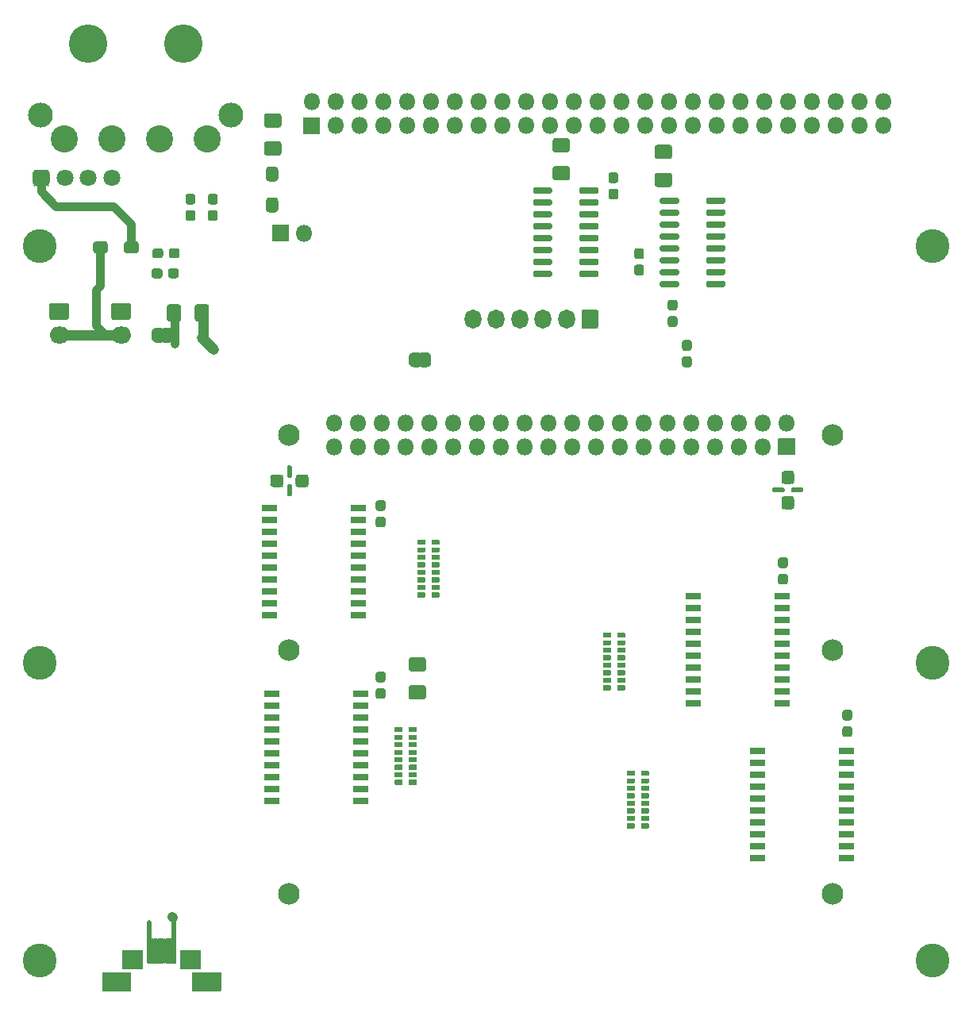
<source format=gts>
%TF.GenerationSoftware,KiCad,Pcbnew,(5.1.7-0-10_14)*%
%TF.CreationDate,2021-04-19T00:34:31+09:00*%
%TF.ProjectId,scsiemu,73637369-656d-4752-9e6b-696361645f70,rev?*%
%TF.SameCoordinates,Original*%
%TF.FileFunction,Soldermask,Top*%
%TF.FilePolarity,Negative*%
%FSLAX46Y46*%
G04 Gerber Fmt 4.6, Leading zero omitted, Abs format (unit mm)*
G04 Created by KiCad (PCBNEW (5.1.7-0-10_14)) date 2021-04-19 00:34:31*
%MOMM*%
%LPD*%
G01*
G04 APERTURE LIST*
%ADD10C,0.900000*%
%ADD11C,1.100000*%
%ADD12C,1.000000*%
%ADD13C,0.500000*%
%ADD14C,0.100000*%
%ADD15O,1.802000X1.802000*%
%ADD16C,3.602000*%
%ADD17C,2.902000*%
%ADD18C,2.642000*%
%ADD19C,4.102000*%
%ADD20C,2.302000*%
%ADD21C,1.802000*%
%ADD22O,1.802000X2.052000*%
%ADD23O,2.102000X1.802000*%
G04 APERTURE END LIST*
D10*
X126390400Y-67462400D02*
X126390400Y-64630300D01*
D11*
X129413000Y-64020700D02*
X129413000Y-66751200D01*
D12*
X126085600Y-128549400D02*
X126161800Y-128625600D01*
D13*
X126263400Y-131673600D02*
X126263400Y-128651000D01*
X123672600Y-131648200D02*
X123672600Y-129209800D01*
D11*
X114020600Y-66497200D02*
X120675400Y-66497200D01*
X129235200Y-66738500D02*
X130505200Y-68008500D01*
D10*
X118922800Y-66484500D02*
X120535700Y-66484500D01*
X117970300Y-65532000D02*
X118922800Y-66484500D01*
X117970300Y-61722000D02*
X117970300Y-65532000D01*
X118427500Y-61264800D02*
X117970300Y-61722000D01*
X118427500Y-57175400D02*
X118427500Y-61264800D01*
X121729500Y-54686200D02*
X121729500Y-57099200D01*
X119849900Y-52806600D02*
X121729500Y-54686200D01*
X113690400Y-52806600D02*
X119849900Y-52806600D01*
X112102900Y-51219100D02*
X113690400Y-52806600D01*
X112115600Y-49606200D02*
X112115600Y-51219100D01*
X126390400Y-67462400D02*
X126390400Y-64630300D01*
D11*
X129413000Y-64020700D02*
X129413000Y-66751200D01*
D12*
X126085600Y-128549400D02*
X126161800Y-128625600D01*
D13*
X126263400Y-131673600D02*
X126263400Y-128651000D01*
X123672600Y-131648200D02*
X123672600Y-129209800D01*
D11*
X114020600Y-66497200D02*
X120675400Y-66497200D01*
X129235200Y-66738500D02*
X130505200Y-68008500D01*
D10*
X118922800Y-66484500D02*
X120535700Y-66484500D01*
X117970300Y-65532000D02*
X118922800Y-66484500D01*
X117970300Y-61722000D02*
X117970300Y-65532000D01*
X118427500Y-61264800D02*
X117970300Y-61722000D01*
X118427500Y-57175400D02*
X118427500Y-61264800D01*
X121729500Y-54686200D02*
X121729500Y-57099200D01*
X119849900Y-52806600D02*
X121729500Y-54686200D01*
X113690400Y-52806600D02*
X119849900Y-52806600D01*
X112102900Y-51219100D02*
X113690400Y-52806600D01*
X112115600Y-49606200D02*
X112115600Y-51219100D01*
D14*
%TO.C,JP3*%
G36*
X125751112Y-65734902D02*
G01*
X125769534Y-65734902D01*
X125774533Y-65735148D01*
X125823364Y-65739958D01*
X125828314Y-65740692D01*
X125876439Y-65750264D01*
X125881295Y-65751480D01*
X125928250Y-65765724D01*
X125932961Y-65767410D01*
X125978294Y-65786187D01*
X125982820Y-65788327D01*
X126026093Y-65811458D01*
X126030384Y-65814031D01*
X126071183Y-65841291D01*
X126075204Y-65844273D01*
X126113133Y-65875401D01*
X126116841Y-65878762D01*
X126151538Y-65913459D01*
X126154899Y-65917167D01*
X126186027Y-65955096D01*
X126189009Y-65959117D01*
X126216269Y-65999916D01*
X126218842Y-66004207D01*
X126241973Y-66047480D01*
X126244113Y-66052006D01*
X126262890Y-66097339D01*
X126264576Y-66102050D01*
X126278820Y-66149005D01*
X126280036Y-66153861D01*
X126289608Y-66201986D01*
X126290342Y-66206936D01*
X126295152Y-66255767D01*
X126295398Y-66260766D01*
X126295398Y-66279188D01*
X126296000Y-66285300D01*
X126296000Y-66785300D01*
X126295398Y-66791412D01*
X126295398Y-66809834D01*
X126295152Y-66814833D01*
X126290342Y-66863664D01*
X126289608Y-66868614D01*
X126280036Y-66916739D01*
X126278820Y-66921595D01*
X126264576Y-66968550D01*
X126262890Y-66973261D01*
X126244113Y-67018594D01*
X126241973Y-67023120D01*
X126218842Y-67066393D01*
X126216269Y-67070684D01*
X126189009Y-67111483D01*
X126186027Y-67115504D01*
X126154899Y-67153433D01*
X126151538Y-67157141D01*
X126116841Y-67191838D01*
X126113133Y-67195199D01*
X126075204Y-67226327D01*
X126071183Y-67229309D01*
X126030384Y-67256569D01*
X126026093Y-67259142D01*
X125982820Y-67282273D01*
X125978294Y-67284413D01*
X125932961Y-67303190D01*
X125928250Y-67304876D01*
X125881295Y-67319120D01*
X125876439Y-67320336D01*
X125828314Y-67329908D01*
X125823364Y-67330642D01*
X125774533Y-67335452D01*
X125769534Y-67335698D01*
X125751112Y-67335698D01*
X125745000Y-67336300D01*
X125245000Y-67336300D01*
X125235050Y-67335320D01*
X125225483Y-67332418D01*
X125216666Y-67327705D01*
X125208938Y-67321362D01*
X125202595Y-67313634D01*
X125197882Y-67304817D01*
X125194980Y-67295250D01*
X125194000Y-67285300D01*
X125194000Y-65785300D01*
X125194980Y-65775350D01*
X125197882Y-65765783D01*
X125202595Y-65756966D01*
X125208938Y-65749238D01*
X125216666Y-65742895D01*
X125225483Y-65738182D01*
X125235050Y-65735280D01*
X125245000Y-65734300D01*
X125745000Y-65734300D01*
X125751112Y-65734902D01*
G37*
G36*
X124954950Y-65735280D02*
G01*
X124964517Y-65738182D01*
X124973334Y-65742895D01*
X124981062Y-65749238D01*
X124987405Y-65756966D01*
X124992118Y-65765783D01*
X124995020Y-65775350D01*
X124996000Y-65785300D01*
X124996000Y-67285300D01*
X124995020Y-67295250D01*
X124992118Y-67304817D01*
X124987405Y-67313634D01*
X124981062Y-67321362D01*
X124973334Y-67327705D01*
X124964517Y-67332418D01*
X124954950Y-67335320D01*
X124945000Y-67336300D01*
X124445000Y-67336300D01*
X124438888Y-67335698D01*
X124420466Y-67335698D01*
X124415467Y-67335452D01*
X124366636Y-67330642D01*
X124361686Y-67329908D01*
X124313561Y-67320336D01*
X124308705Y-67319120D01*
X124261750Y-67304876D01*
X124257039Y-67303190D01*
X124211706Y-67284413D01*
X124207180Y-67282273D01*
X124163907Y-67259142D01*
X124159616Y-67256569D01*
X124118817Y-67229309D01*
X124114796Y-67226327D01*
X124076867Y-67195199D01*
X124073159Y-67191838D01*
X124038462Y-67157141D01*
X124035101Y-67153433D01*
X124003973Y-67115504D01*
X124000991Y-67111483D01*
X123973731Y-67070684D01*
X123971158Y-67066393D01*
X123948027Y-67023120D01*
X123945887Y-67018594D01*
X123927110Y-66973261D01*
X123925424Y-66968550D01*
X123911180Y-66921595D01*
X123909964Y-66916739D01*
X123900392Y-66868614D01*
X123899658Y-66863664D01*
X123894848Y-66814833D01*
X123894602Y-66809834D01*
X123894602Y-66791412D01*
X123894000Y-66785300D01*
X123894000Y-66285300D01*
X123894602Y-66279188D01*
X123894602Y-66260766D01*
X123894848Y-66255767D01*
X123899658Y-66206936D01*
X123900392Y-66201986D01*
X123909964Y-66153861D01*
X123911180Y-66149005D01*
X123925424Y-66102050D01*
X123927110Y-66097339D01*
X123945887Y-66052006D01*
X123948027Y-66047480D01*
X123971158Y-66004207D01*
X123973731Y-65999916D01*
X124000991Y-65959117D01*
X124003973Y-65955096D01*
X124035101Y-65917167D01*
X124038462Y-65913459D01*
X124073159Y-65878762D01*
X124076867Y-65875401D01*
X124114796Y-65844273D01*
X124118817Y-65841291D01*
X124159616Y-65814031D01*
X124163907Y-65811458D01*
X124207180Y-65788327D01*
X124211706Y-65786187D01*
X124257039Y-65767410D01*
X124261750Y-65765724D01*
X124308705Y-65751480D01*
X124313561Y-65750264D01*
X124361686Y-65740692D01*
X124366636Y-65739958D01*
X124415467Y-65735148D01*
X124420466Y-65734902D01*
X124438888Y-65734902D01*
X124445000Y-65734300D01*
X124945000Y-65734300D01*
X124954950Y-65735280D01*
G37*
%TD*%
%TO.C,JP2*%
G36*
X153195812Y-68351102D02*
G01*
X153214234Y-68351102D01*
X153219233Y-68351348D01*
X153268064Y-68356158D01*
X153273014Y-68356892D01*
X153321139Y-68366464D01*
X153325995Y-68367680D01*
X153372950Y-68381924D01*
X153377661Y-68383610D01*
X153422994Y-68402387D01*
X153427520Y-68404527D01*
X153470793Y-68427658D01*
X153475084Y-68430231D01*
X153515883Y-68457491D01*
X153519904Y-68460473D01*
X153557833Y-68491601D01*
X153561541Y-68494962D01*
X153596238Y-68529659D01*
X153599599Y-68533367D01*
X153630727Y-68571296D01*
X153633709Y-68575317D01*
X153660969Y-68616116D01*
X153663542Y-68620407D01*
X153686673Y-68663680D01*
X153688813Y-68668206D01*
X153707590Y-68713539D01*
X153709276Y-68718250D01*
X153723520Y-68765205D01*
X153724736Y-68770061D01*
X153734308Y-68818186D01*
X153735042Y-68823136D01*
X153739852Y-68871967D01*
X153740098Y-68876966D01*
X153740098Y-68895388D01*
X153740700Y-68901500D01*
X153740700Y-69401500D01*
X153740098Y-69407612D01*
X153740098Y-69426034D01*
X153739852Y-69431033D01*
X153735042Y-69479864D01*
X153734308Y-69484814D01*
X153724736Y-69532939D01*
X153723520Y-69537795D01*
X153709276Y-69584750D01*
X153707590Y-69589461D01*
X153688813Y-69634794D01*
X153686673Y-69639320D01*
X153663542Y-69682593D01*
X153660969Y-69686884D01*
X153633709Y-69727683D01*
X153630727Y-69731704D01*
X153599599Y-69769633D01*
X153596238Y-69773341D01*
X153561541Y-69808038D01*
X153557833Y-69811399D01*
X153519904Y-69842527D01*
X153515883Y-69845509D01*
X153475084Y-69872769D01*
X153470793Y-69875342D01*
X153427520Y-69898473D01*
X153422994Y-69900613D01*
X153377661Y-69919390D01*
X153372950Y-69921076D01*
X153325995Y-69935320D01*
X153321139Y-69936536D01*
X153273014Y-69946108D01*
X153268064Y-69946842D01*
X153219233Y-69951652D01*
X153214234Y-69951898D01*
X153195812Y-69951898D01*
X153189700Y-69952500D01*
X152689700Y-69952500D01*
X152679750Y-69951520D01*
X152670183Y-69948618D01*
X152661366Y-69943905D01*
X152653638Y-69937562D01*
X152647295Y-69929834D01*
X152642582Y-69921017D01*
X152639680Y-69911450D01*
X152638700Y-69901500D01*
X152638700Y-68401500D01*
X152639680Y-68391550D01*
X152642582Y-68381983D01*
X152647295Y-68373166D01*
X152653638Y-68365438D01*
X152661366Y-68359095D01*
X152670183Y-68354382D01*
X152679750Y-68351480D01*
X152689700Y-68350500D01*
X153189700Y-68350500D01*
X153195812Y-68351102D01*
G37*
G36*
X152399650Y-68351480D02*
G01*
X152409217Y-68354382D01*
X152418034Y-68359095D01*
X152425762Y-68365438D01*
X152432105Y-68373166D01*
X152436818Y-68381983D01*
X152439720Y-68391550D01*
X152440700Y-68401500D01*
X152440700Y-69901500D01*
X152439720Y-69911450D01*
X152436818Y-69921017D01*
X152432105Y-69929834D01*
X152425762Y-69937562D01*
X152418034Y-69943905D01*
X152409217Y-69948618D01*
X152399650Y-69951520D01*
X152389700Y-69952500D01*
X151889700Y-69952500D01*
X151883588Y-69951898D01*
X151865166Y-69951898D01*
X151860167Y-69951652D01*
X151811336Y-69946842D01*
X151806386Y-69946108D01*
X151758261Y-69936536D01*
X151753405Y-69935320D01*
X151706450Y-69921076D01*
X151701739Y-69919390D01*
X151656406Y-69900613D01*
X151651880Y-69898473D01*
X151608607Y-69875342D01*
X151604316Y-69872769D01*
X151563517Y-69845509D01*
X151559496Y-69842527D01*
X151521567Y-69811399D01*
X151517859Y-69808038D01*
X151483162Y-69773341D01*
X151479801Y-69769633D01*
X151448673Y-69731704D01*
X151445691Y-69727683D01*
X151418431Y-69686884D01*
X151415858Y-69682593D01*
X151392727Y-69639320D01*
X151390587Y-69634794D01*
X151371810Y-69589461D01*
X151370124Y-69584750D01*
X151355880Y-69537795D01*
X151354664Y-69532939D01*
X151345092Y-69484814D01*
X151344358Y-69479864D01*
X151339548Y-69431033D01*
X151339302Y-69426034D01*
X151339302Y-69407612D01*
X151338700Y-69401500D01*
X151338700Y-68901500D01*
X151339302Y-68895388D01*
X151339302Y-68876966D01*
X151339548Y-68871967D01*
X151344358Y-68823136D01*
X151345092Y-68818186D01*
X151354664Y-68770061D01*
X151355880Y-68765205D01*
X151370124Y-68718250D01*
X151371810Y-68713539D01*
X151390587Y-68668206D01*
X151392727Y-68663680D01*
X151415858Y-68620407D01*
X151418431Y-68616116D01*
X151445691Y-68575317D01*
X151448673Y-68571296D01*
X151479801Y-68533367D01*
X151483162Y-68529659D01*
X151517859Y-68494962D01*
X151521567Y-68491601D01*
X151559496Y-68460473D01*
X151563517Y-68457491D01*
X151604316Y-68430231D01*
X151608607Y-68427658D01*
X151651880Y-68404527D01*
X151656406Y-68402387D01*
X151701739Y-68383610D01*
X151706450Y-68381924D01*
X151753405Y-68367680D01*
X151758261Y-68366464D01*
X151806386Y-68356892D01*
X151811336Y-68356158D01*
X151860167Y-68351348D01*
X151865166Y-68351102D01*
X151883588Y-68351102D01*
X151889700Y-68350500D01*
X152389700Y-68350500D01*
X152399650Y-68351480D01*
G37*
%TD*%
D15*
%TO.C,JP1*%
X140195300Y-55664100D03*
G36*
G01*
X138505300Y-56565100D02*
X136805300Y-56565100D01*
G75*
G02*
X136754300Y-56514100I0J51000D01*
G01*
X136754300Y-54814100D01*
G75*
G02*
X136805300Y-54763100I51000J0D01*
G01*
X138505300Y-54763100D01*
G75*
G02*
X138556300Y-54814100I0J-51000D01*
G01*
X138556300Y-56514100D01*
G75*
G02*
X138505300Y-56565100I-51000J0D01*
G01*
G37*
%TD*%
D16*
%TO.C,MH12*%
X207250000Y-101450000D03*
%TD*%
%TO.C,MH11*%
X112000000Y-101450000D03*
%TD*%
%TO.C,R4*%
G36*
G01*
X127778400Y-53207200D02*
X128304400Y-53207200D01*
G75*
G02*
X128567400Y-53470200I0J-263000D01*
G01*
X128567400Y-54096200D01*
G75*
G02*
X128304400Y-54359200I-263000J0D01*
G01*
X127778400Y-54359200D01*
G75*
G02*
X127515400Y-54096200I0J263000D01*
G01*
X127515400Y-53470200D01*
G75*
G02*
X127778400Y-53207200I263000J0D01*
G01*
G37*
G36*
G01*
X127778400Y-51457200D02*
X128304400Y-51457200D01*
G75*
G02*
X128567400Y-51720200I0J-263000D01*
G01*
X128567400Y-52346200D01*
G75*
G02*
X128304400Y-52609200I-263000J0D01*
G01*
X127778400Y-52609200D01*
G75*
G02*
X127515400Y-52346200I0J263000D01*
G01*
X127515400Y-51720200D01*
G75*
G02*
X127778400Y-51457200I263000J0D01*
G01*
G37*
%TD*%
%TO.C,LED1*%
G36*
G01*
X130166000Y-53207200D02*
X130692000Y-53207200D01*
G75*
G02*
X130955000Y-53470200I0J-263000D01*
G01*
X130955000Y-54096200D01*
G75*
G02*
X130692000Y-54359200I-263000J0D01*
G01*
X130166000Y-54359200D01*
G75*
G02*
X129903000Y-54096200I0J263000D01*
G01*
X129903000Y-53470200D01*
G75*
G02*
X130166000Y-53207200I263000J0D01*
G01*
G37*
G36*
G01*
X130166000Y-51457200D02*
X130692000Y-51457200D01*
G75*
G02*
X130955000Y-51720200I0J-263000D01*
G01*
X130955000Y-52346200D01*
G75*
G02*
X130692000Y-52609200I-263000J0D01*
G01*
X130166000Y-52609200D01*
G75*
G02*
X129903000Y-52346200I0J263000D01*
G01*
X129903000Y-51720200D01*
G75*
G02*
X130166000Y-51457200I263000J0D01*
G01*
G37*
%TD*%
D17*
%TO.C,J8*%
X114554000Y-45593000D03*
X119634000Y-45593000D03*
X124714000Y-45593000D03*
X129794000Y-45593000D03*
D18*
X112014000Y-43053000D03*
X132334000Y-43053000D03*
D19*
X117094000Y-35433000D03*
X127254000Y-35433000D03*
%TD*%
%TO.C,U6*%
G36*
G01*
X169533500Y-51293000D02*
X169533500Y-50942000D01*
G75*
G02*
X169709000Y-50766500I175500J0D01*
G01*
X171410000Y-50766500D01*
G75*
G02*
X171585500Y-50942000I0J-175500D01*
G01*
X171585500Y-51293000D01*
G75*
G02*
X171410000Y-51468500I-175500J0D01*
G01*
X169709000Y-51468500D01*
G75*
G02*
X169533500Y-51293000I0J175500D01*
G01*
G37*
G36*
G01*
X169533500Y-52563000D02*
X169533500Y-52212000D01*
G75*
G02*
X169709000Y-52036500I175500J0D01*
G01*
X171410000Y-52036500D01*
G75*
G02*
X171585500Y-52212000I0J-175500D01*
G01*
X171585500Y-52563000D01*
G75*
G02*
X171410000Y-52738500I-175500J0D01*
G01*
X169709000Y-52738500D01*
G75*
G02*
X169533500Y-52563000I0J175500D01*
G01*
G37*
G36*
G01*
X169533500Y-53833000D02*
X169533500Y-53482000D01*
G75*
G02*
X169709000Y-53306500I175500J0D01*
G01*
X171410000Y-53306500D01*
G75*
G02*
X171585500Y-53482000I0J-175500D01*
G01*
X171585500Y-53833000D01*
G75*
G02*
X171410000Y-54008500I-175500J0D01*
G01*
X169709000Y-54008500D01*
G75*
G02*
X169533500Y-53833000I0J175500D01*
G01*
G37*
G36*
G01*
X169533500Y-55103000D02*
X169533500Y-54752000D01*
G75*
G02*
X169709000Y-54576500I175500J0D01*
G01*
X171410000Y-54576500D01*
G75*
G02*
X171585500Y-54752000I0J-175500D01*
G01*
X171585500Y-55103000D01*
G75*
G02*
X171410000Y-55278500I-175500J0D01*
G01*
X169709000Y-55278500D01*
G75*
G02*
X169533500Y-55103000I0J175500D01*
G01*
G37*
G36*
G01*
X169533500Y-56373000D02*
X169533500Y-56022000D01*
G75*
G02*
X169709000Y-55846500I175500J0D01*
G01*
X171410000Y-55846500D01*
G75*
G02*
X171585500Y-56022000I0J-175500D01*
G01*
X171585500Y-56373000D01*
G75*
G02*
X171410000Y-56548500I-175500J0D01*
G01*
X169709000Y-56548500D01*
G75*
G02*
X169533500Y-56373000I0J175500D01*
G01*
G37*
G36*
G01*
X169533500Y-57643000D02*
X169533500Y-57292000D01*
G75*
G02*
X169709000Y-57116500I175500J0D01*
G01*
X171410000Y-57116500D01*
G75*
G02*
X171585500Y-57292000I0J-175500D01*
G01*
X171585500Y-57643000D01*
G75*
G02*
X171410000Y-57818500I-175500J0D01*
G01*
X169709000Y-57818500D01*
G75*
G02*
X169533500Y-57643000I0J175500D01*
G01*
G37*
G36*
G01*
X169533500Y-58913000D02*
X169533500Y-58562000D01*
G75*
G02*
X169709000Y-58386500I175500J0D01*
G01*
X171410000Y-58386500D01*
G75*
G02*
X171585500Y-58562000I0J-175500D01*
G01*
X171585500Y-58913000D01*
G75*
G02*
X171410000Y-59088500I-175500J0D01*
G01*
X169709000Y-59088500D01*
G75*
G02*
X169533500Y-58913000I0J175500D01*
G01*
G37*
G36*
G01*
X169533500Y-60183000D02*
X169533500Y-59832000D01*
G75*
G02*
X169709000Y-59656500I175500J0D01*
G01*
X171410000Y-59656500D01*
G75*
G02*
X171585500Y-59832000I0J-175500D01*
G01*
X171585500Y-60183000D01*
G75*
G02*
X171410000Y-60358500I-175500J0D01*
G01*
X169709000Y-60358500D01*
G75*
G02*
X169533500Y-60183000I0J175500D01*
G01*
G37*
G36*
G01*
X164583500Y-60183000D02*
X164583500Y-59832000D01*
G75*
G02*
X164759000Y-59656500I175500J0D01*
G01*
X166460000Y-59656500D01*
G75*
G02*
X166635500Y-59832000I0J-175500D01*
G01*
X166635500Y-60183000D01*
G75*
G02*
X166460000Y-60358500I-175500J0D01*
G01*
X164759000Y-60358500D01*
G75*
G02*
X164583500Y-60183000I0J175500D01*
G01*
G37*
G36*
G01*
X164583500Y-58913000D02*
X164583500Y-58562000D01*
G75*
G02*
X164759000Y-58386500I175500J0D01*
G01*
X166460000Y-58386500D01*
G75*
G02*
X166635500Y-58562000I0J-175500D01*
G01*
X166635500Y-58913000D01*
G75*
G02*
X166460000Y-59088500I-175500J0D01*
G01*
X164759000Y-59088500D01*
G75*
G02*
X164583500Y-58913000I0J175500D01*
G01*
G37*
G36*
G01*
X164583500Y-57643000D02*
X164583500Y-57292000D01*
G75*
G02*
X164759000Y-57116500I175500J0D01*
G01*
X166460000Y-57116500D01*
G75*
G02*
X166635500Y-57292000I0J-175500D01*
G01*
X166635500Y-57643000D01*
G75*
G02*
X166460000Y-57818500I-175500J0D01*
G01*
X164759000Y-57818500D01*
G75*
G02*
X164583500Y-57643000I0J175500D01*
G01*
G37*
G36*
G01*
X164583500Y-56373000D02*
X164583500Y-56022000D01*
G75*
G02*
X164759000Y-55846500I175500J0D01*
G01*
X166460000Y-55846500D01*
G75*
G02*
X166635500Y-56022000I0J-175500D01*
G01*
X166635500Y-56373000D01*
G75*
G02*
X166460000Y-56548500I-175500J0D01*
G01*
X164759000Y-56548500D01*
G75*
G02*
X164583500Y-56373000I0J175500D01*
G01*
G37*
G36*
G01*
X164583500Y-55103000D02*
X164583500Y-54752000D01*
G75*
G02*
X164759000Y-54576500I175500J0D01*
G01*
X166460000Y-54576500D01*
G75*
G02*
X166635500Y-54752000I0J-175500D01*
G01*
X166635500Y-55103000D01*
G75*
G02*
X166460000Y-55278500I-175500J0D01*
G01*
X164759000Y-55278500D01*
G75*
G02*
X164583500Y-55103000I0J175500D01*
G01*
G37*
G36*
G01*
X164583500Y-53833000D02*
X164583500Y-53482000D01*
G75*
G02*
X164759000Y-53306500I175500J0D01*
G01*
X166460000Y-53306500D01*
G75*
G02*
X166635500Y-53482000I0J-175500D01*
G01*
X166635500Y-53833000D01*
G75*
G02*
X166460000Y-54008500I-175500J0D01*
G01*
X164759000Y-54008500D01*
G75*
G02*
X164583500Y-53833000I0J175500D01*
G01*
G37*
G36*
G01*
X164583500Y-52563000D02*
X164583500Y-52212000D01*
G75*
G02*
X164759000Y-52036500I175500J0D01*
G01*
X166460000Y-52036500D01*
G75*
G02*
X166635500Y-52212000I0J-175500D01*
G01*
X166635500Y-52563000D01*
G75*
G02*
X166460000Y-52738500I-175500J0D01*
G01*
X164759000Y-52738500D01*
G75*
G02*
X164583500Y-52563000I0J175500D01*
G01*
G37*
G36*
G01*
X164583500Y-51293000D02*
X164583500Y-50942000D01*
G75*
G02*
X164759000Y-50766500I175500J0D01*
G01*
X166460000Y-50766500D01*
G75*
G02*
X166635500Y-50942000I0J-175500D01*
G01*
X166635500Y-51293000D01*
G75*
G02*
X166460000Y-51468500I-175500J0D01*
G01*
X164759000Y-51468500D01*
G75*
G02*
X164583500Y-51293000I0J175500D01*
G01*
G37*
%TD*%
%TO.C,U5*%
G36*
G01*
X180161000Y-60911500D02*
X180161000Y-61262500D01*
G75*
G02*
X179985500Y-61438000I-175500J0D01*
G01*
X178284500Y-61438000D01*
G75*
G02*
X178109000Y-61262500I0J175500D01*
G01*
X178109000Y-60911500D01*
G75*
G02*
X178284500Y-60736000I175500J0D01*
G01*
X179985500Y-60736000D01*
G75*
G02*
X180161000Y-60911500I0J-175500D01*
G01*
G37*
G36*
G01*
X180161000Y-59641500D02*
X180161000Y-59992500D01*
G75*
G02*
X179985500Y-60168000I-175500J0D01*
G01*
X178284500Y-60168000D01*
G75*
G02*
X178109000Y-59992500I0J175500D01*
G01*
X178109000Y-59641500D01*
G75*
G02*
X178284500Y-59466000I175500J0D01*
G01*
X179985500Y-59466000D01*
G75*
G02*
X180161000Y-59641500I0J-175500D01*
G01*
G37*
G36*
G01*
X180161000Y-58371500D02*
X180161000Y-58722500D01*
G75*
G02*
X179985500Y-58898000I-175500J0D01*
G01*
X178284500Y-58898000D01*
G75*
G02*
X178109000Y-58722500I0J175500D01*
G01*
X178109000Y-58371500D01*
G75*
G02*
X178284500Y-58196000I175500J0D01*
G01*
X179985500Y-58196000D01*
G75*
G02*
X180161000Y-58371500I0J-175500D01*
G01*
G37*
G36*
G01*
X180161000Y-57101500D02*
X180161000Y-57452500D01*
G75*
G02*
X179985500Y-57628000I-175500J0D01*
G01*
X178284500Y-57628000D01*
G75*
G02*
X178109000Y-57452500I0J175500D01*
G01*
X178109000Y-57101500D01*
G75*
G02*
X178284500Y-56926000I175500J0D01*
G01*
X179985500Y-56926000D01*
G75*
G02*
X180161000Y-57101500I0J-175500D01*
G01*
G37*
G36*
G01*
X180161000Y-55831500D02*
X180161000Y-56182500D01*
G75*
G02*
X179985500Y-56358000I-175500J0D01*
G01*
X178284500Y-56358000D01*
G75*
G02*
X178109000Y-56182500I0J175500D01*
G01*
X178109000Y-55831500D01*
G75*
G02*
X178284500Y-55656000I175500J0D01*
G01*
X179985500Y-55656000D01*
G75*
G02*
X180161000Y-55831500I0J-175500D01*
G01*
G37*
G36*
G01*
X180161000Y-54561500D02*
X180161000Y-54912500D01*
G75*
G02*
X179985500Y-55088000I-175500J0D01*
G01*
X178284500Y-55088000D01*
G75*
G02*
X178109000Y-54912500I0J175500D01*
G01*
X178109000Y-54561500D01*
G75*
G02*
X178284500Y-54386000I175500J0D01*
G01*
X179985500Y-54386000D01*
G75*
G02*
X180161000Y-54561500I0J-175500D01*
G01*
G37*
G36*
G01*
X180161000Y-53291500D02*
X180161000Y-53642500D01*
G75*
G02*
X179985500Y-53818000I-175500J0D01*
G01*
X178284500Y-53818000D01*
G75*
G02*
X178109000Y-53642500I0J175500D01*
G01*
X178109000Y-53291500D01*
G75*
G02*
X178284500Y-53116000I175500J0D01*
G01*
X179985500Y-53116000D01*
G75*
G02*
X180161000Y-53291500I0J-175500D01*
G01*
G37*
G36*
G01*
X180161000Y-52021500D02*
X180161000Y-52372500D01*
G75*
G02*
X179985500Y-52548000I-175500J0D01*
G01*
X178284500Y-52548000D01*
G75*
G02*
X178109000Y-52372500I0J175500D01*
G01*
X178109000Y-52021500D01*
G75*
G02*
X178284500Y-51846000I175500J0D01*
G01*
X179985500Y-51846000D01*
G75*
G02*
X180161000Y-52021500I0J-175500D01*
G01*
G37*
G36*
G01*
X185111000Y-52021500D02*
X185111000Y-52372500D01*
G75*
G02*
X184935500Y-52548000I-175500J0D01*
G01*
X183234500Y-52548000D01*
G75*
G02*
X183059000Y-52372500I0J175500D01*
G01*
X183059000Y-52021500D01*
G75*
G02*
X183234500Y-51846000I175500J0D01*
G01*
X184935500Y-51846000D01*
G75*
G02*
X185111000Y-52021500I0J-175500D01*
G01*
G37*
G36*
G01*
X185111000Y-53291500D02*
X185111000Y-53642500D01*
G75*
G02*
X184935500Y-53818000I-175500J0D01*
G01*
X183234500Y-53818000D01*
G75*
G02*
X183059000Y-53642500I0J175500D01*
G01*
X183059000Y-53291500D01*
G75*
G02*
X183234500Y-53116000I175500J0D01*
G01*
X184935500Y-53116000D01*
G75*
G02*
X185111000Y-53291500I0J-175500D01*
G01*
G37*
G36*
G01*
X185111000Y-54561500D02*
X185111000Y-54912500D01*
G75*
G02*
X184935500Y-55088000I-175500J0D01*
G01*
X183234500Y-55088000D01*
G75*
G02*
X183059000Y-54912500I0J175500D01*
G01*
X183059000Y-54561500D01*
G75*
G02*
X183234500Y-54386000I175500J0D01*
G01*
X184935500Y-54386000D01*
G75*
G02*
X185111000Y-54561500I0J-175500D01*
G01*
G37*
G36*
G01*
X185111000Y-55831500D02*
X185111000Y-56182500D01*
G75*
G02*
X184935500Y-56358000I-175500J0D01*
G01*
X183234500Y-56358000D01*
G75*
G02*
X183059000Y-56182500I0J175500D01*
G01*
X183059000Y-55831500D01*
G75*
G02*
X183234500Y-55656000I175500J0D01*
G01*
X184935500Y-55656000D01*
G75*
G02*
X185111000Y-55831500I0J-175500D01*
G01*
G37*
G36*
G01*
X185111000Y-57101500D02*
X185111000Y-57452500D01*
G75*
G02*
X184935500Y-57628000I-175500J0D01*
G01*
X183234500Y-57628000D01*
G75*
G02*
X183059000Y-57452500I0J175500D01*
G01*
X183059000Y-57101500D01*
G75*
G02*
X183234500Y-56926000I175500J0D01*
G01*
X184935500Y-56926000D01*
G75*
G02*
X185111000Y-57101500I0J-175500D01*
G01*
G37*
G36*
G01*
X185111000Y-58371500D02*
X185111000Y-58722500D01*
G75*
G02*
X184935500Y-58898000I-175500J0D01*
G01*
X183234500Y-58898000D01*
G75*
G02*
X183059000Y-58722500I0J175500D01*
G01*
X183059000Y-58371500D01*
G75*
G02*
X183234500Y-58196000I175500J0D01*
G01*
X184935500Y-58196000D01*
G75*
G02*
X185111000Y-58371500I0J-175500D01*
G01*
G37*
G36*
G01*
X185111000Y-59641500D02*
X185111000Y-59992500D01*
G75*
G02*
X184935500Y-60168000I-175500J0D01*
G01*
X183234500Y-60168000D01*
G75*
G02*
X183059000Y-59992500I0J175500D01*
G01*
X183059000Y-59641500D01*
G75*
G02*
X183234500Y-59466000I175500J0D01*
G01*
X184935500Y-59466000D01*
G75*
G02*
X185111000Y-59641500I0J-175500D01*
G01*
G37*
G36*
G01*
X185111000Y-60911500D02*
X185111000Y-61262500D01*
G75*
G02*
X184935500Y-61438000I-175500J0D01*
G01*
X183234500Y-61438000D01*
G75*
G02*
X183059000Y-61262500I0J175500D01*
G01*
X183059000Y-60911500D01*
G75*
G02*
X183234500Y-60736000I175500J0D01*
G01*
X184935500Y-60736000D01*
G75*
G02*
X185111000Y-60911500I0J-175500D01*
G01*
G37*
%TD*%
%TO.C,C9*%
G36*
G01*
X173427500Y-50323200D02*
X172901500Y-50323200D01*
G75*
G02*
X172638500Y-50060200I0J263000D01*
G01*
X172638500Y-49434200D01*
G75*
G02*
X172901500Y-49171200I263000J0D01*
G01*
X173427500Y-49171200D01*
G75*
G02*
X173690500Y-49434200I0J-263000D01*
G01*
X173690500Y-50060200D01*
G75*
G02*
X173427500Y-50323200I-263000J0D01*
G01*
G37*
G36*
G01*
X173427500Y-52073200D02*
X172901500Y-52073200D01*
G75*
G02*
X172638500Y-51810200I0J263000D01*
G01*
X172638500Y-51184200D01*
G75*
G02*
X172901500Y-50921200I263000J0D01*
G01*
X173427500Y-50921200D01*
G75*
G02*
X173690500Y-51184200I0J-263000D01*
G01*
X173690500Y-51810200D01*
G75*
G02*
X173427500Y-52073200I-263000J0D01*
G01*
G37*
%TD*%
%TO.C,C8*%
G36*
G01*
X168260006Y-47053400D02*
X166943794Y-47053400D01*
G75*
G02*
X166675900Y-46785506I0J267894D01*
G01*
X166675900Y-45794294D01*
G75*
G02*
X166943794Y-45526400I267894J0D01*
G01*
X168260006Y-45526400D01*
G75*
G02*
X168527900Y-45794294I0J-267894D01*
G01*
X168527900Y-46785506D01*
G75*
G02*
X168260006Y-47053400I-267894J0D01*
G01*
G37*
G36*
G01*
X168260006Y-50028400D02*
X166943794Y-50028400D01*
G75*
G02*
X166675900Y-49760506I0J267894D01*
G01*
X166675900Y-48769294D01*
G75*
G02*
X166943794Y-48501400I267894J0D01*
G01*
X168260006Y-48501400D01*
G75*
G02*
X168527900Y-48769294I0J-267894D01*
G01*
X168527900Y-49760506D01*
G75*
G02*
X168260006Y-50028400I-267894J0D01*
G01*
G37*
%TD*%
%TO.C,C7*%
G36*
G01*
X176170700Y-58425800D02*
X175644700Y-58425800D01*
G75*
G02*
X175381700Y-58162800I0J263000D01*
G01*
X175381700Y-57536800D01*
G75*
G02*
X175644700Y-57273800I263000J0D01*
G01*
X176170700Y-57273800D01*
G75*
G02*
X176433700Y-57536800I0J-263000D01*
G01*
X176433700Y-58162800D01*
G75*
G02*
X176170700Y-58425800I-263000J0D01*
G01*
G37*
G36*
G01*
X176170700Y-60175800D02*
X175644700Y-60175800D01*
G75*
G02*
X175381700Y-59912800I0J263000D01*
G01*
X175381700Y-59286800D01*
G75*
G02*
X175644700Y-59023800I263000J0D01*
G01*
X176170700Y-59023800D01*
G75*
G02*
X176433700Y-59286800I0J-263000D01*
G01*
X176433700Y-59912800D01*
G75*
G02*
X176170700Y-60175800I-263000J0D01*
G01*
G37*
%TD*%
%TO.C,C6*%
G36*
G01*
X179143906Y-47764600D02*
X177827694Y-47764600D01*
G75*
G02*
X177559800Y-47496706I0J267894D01*
G01*
X177559800Y-46505494D01*
G75*
G02*
X177827694Y-46237600I267894J0D01*
G01*
X179143906Y-46237600D01*
G75*
G02*
X179411800Y-46505494I0J-267894D01*
G01*
X179411800Y-47496706D01*
G75*
G02*
X179143906Y-47764600I-267894J0D01*
G01*
G37*
G36*
G01*
X179143906Y-50739600D02*
X177827694Y-50739600D01*
G75*
G02*
X177559800Y-50471706I0J267894D01*
G01*
X177559800Y-49480494D01*
G75*
G02*
X177827694Y-49212600I267894J0D01*
G01*
X179143906Y-49212600D01*
G75*
G02*
X179411800Y-49480494I0J-267894D01*
G01*
X179411800Y-50471706D01*
G75*
G02*
X179143906Y-50739600I-267894J0D01*
G01*
G37*
%TD*%
D20*
%TO.C,MH10*%
X138514000Y-126150000D03*
%TD*%
%TO.C,MH9*%
X196514000Y-126150000D03*
%TD*%
D15*
%TO.C,J2*%
X201930000Y-41656000D03*
X201930000Y-44196000D03*
X199390000Y-41656000D03*
X199390000Y-44196000D03*
X196850000Y-41656000D03*
X196850000Y-44196000D03*
X194310000Y-41656000D03*
X194310000Y-44196000D03*
X191770000Y-41656000D03*
X191770000Y-44196000D03*
X189230000Y-41656000D03*
X189230000Y-44196000D03*
X186690000Y-41656000D03*
X186690000Y-44196000D03*
X184150000Y-41656000D03*
X184150000Y-44196000D03*
X181610000Y-41656000D03*
X181610000Y-44196000D03*
X179070000Y-41656000D03*
X179070000Y-44196000D03*
X176530000Y-41656000D03*
X176530000Y-44196000D03*
X173990000Y-41656000D03*
X173990000Y-44196000D03*
X171450000Y-41656000D03*
X171450000Y-44196000D03*
X168910000Y-41656000D03*
X168910000Y-44196000D03*
X166370000Y-41656000D03*
X166370000Y-44196000D03*
X163830000Y-41656000D03*
X163830000Y-44196000D03*
X161290000Y-41656000D03*
X161290000Y-44196000D03*
X158750000Y-41656000D03*
X158750000Y-44196000D03*
X156210000Y-41656000D03*
X156210000Y-44196000D03*
X153670000Y-41656000D03*
X153670000Y-44196000D03*
X151130000Y-41656000D03*
X151130000Y-44196000D03*
X148590000Y-41656000D03*
X148590000Y-44196000D03*
X146050000Y-41656000D03*
X146050000Y-44196000D03*
X143510000Y-41656000D03*
X143510000Y-44196000D03*
X140970000Y-41656000D03*
G36*
G01*
X141820000Y-45097000D02*
X140120000Y-45097000D01*
G75*
G02*
X140069000Y-45046000I0J51000D01*
G01*
X140069000Y-43346000D01*
G75*
G02*
X140120000Y-43295000I51000J0D01*
G01*
X141820000Y-43295000D01*
G75*
G02*
X141871000Y-43346000I0J-51000D01*
G01*
X141871000Y-45046000D01*
G75*
G02*
X141820000Y-45097000I-51000J0D01*
G01*
G37*
%TD*%
D16*
%TO.C,MH8*%
X207250000Y-133200000D03*
%TD*%
%TO.C,MH7*%
X207250000Y-57000000D03*
%TD*%
%TO.C,MH6*%
X112000000Y-133200000D03*
%TD*%
%TO.C,MH5*%
X112000000Y-57000000D03*
%TD*%
D21*
%TO.C,J6*%
X119634000Y-49784000D03*
X117134000Y-49784000D03*
X114634000Y-49784000D03*
G36*
G01*
X112584500Y-50685000D02*
X111683500Y-50685000D01*
G75*
G02*
X111233000Y-50234500I0J450500D01*
G01*
X111233000Y-49333500D01*
G75*
G02*
X111683500Y-48883000I450500J0D01*
G01*
X112584500Y-48883000D01*
G75*
G02*
X113035000Y-49333500I0J-450500D01*
G01*
X113035000Y-50234500D01*
G75*
G02*
X112584500Y-50685000I-450500J0D01*
G01*
G37*
%TD*%
%TO.C,D2*%
G36*
G01*
X120940200Y-57500900D02*
X120940200Y-56849900D01*
G75*
G02*
X121265700Y-56524400I325500J0D01*
G01*
X122216700Y-56524400D01*
G75*
G02*
X122542200Y-56849900I0J-325500D01*
G01*
X122542200Y-57500900D01*
G75*
G02*
X122216700Y-57826400I-325500J0D01*
G01*
X121265700Y-57826400D01*
G75*
G02*
X120940200Y-57500900I0J325500D01*
G01*
G37*
G36*
G01*
X117640200Y-57500900D02*
X117640200Y-56849900D01*
G75*
G02*
X117965700Y-56524400I325500J0D01*
G01*
X118916700Y-56524400D01*
G75*
G02*
X119242200Y-56849900I0J-325500D01*
G01*
X119242200Y-57500900D01*
G75*
G02*
X118916700Y-57826400I-325500J0D01*
G01*
X117965700Y-57826400D01*
G75*
G02*
X117640200Y-57500900I0J325500D01*
G01*
G37*
%TD*%
%TO.C,D1*%
G36*
G01*
X136428100Y-51852200D02*
X137079100Y-51852200D01*
G75*
G02*
X137404600Y-52177700I0J-325500D01*
G01*
X137404600Y-53128700D01*
G75*
G02*
X137079100Y-53454200I-325500J0D01*
G01*
X136428100Y-53454200D01*
G75*
G02*
X136102600Y-53128700I0J325500D01*
G01*
X136102600Y-52177700D01*
G75*
G02*
X136428100Y-51852200I325500J0D01*
G01*
G37*
G36*
G01*
X136428100Y-48552200D02*
X137079100Y-48552200D01*
G75*
G02*
X137404600Y-48877700I0J-325500D01*
G01*
X137404600Y-49828700D01*
G75*
G02*
X137079100Y-50154200I-325500J0D01*
G01*
X136428100Y-50154200D01*
G75*
G02*
X136102600Y-49828700I0J325500D01*
G01*
X136102600Y-48877700D01*
G75*
G02*
X136428100Y-48552200I325500J0D01*
G01*
G37*
%TD*%
%TO.C,R3*%
G36*
G01*
X125126200Y-57547400D02*
X125126200Y-58073400D01*
G75*
G02*
X124863200Y-58336400I-263000J0D01*
G01*
X124237200Y-58336400D01*
G75*
G02*
X123974200Y-58073400I0J263000D01*
G01*
X123974200Y-57547400D01*
G75*
G02*
X124237200Y-57284400I263000J0D01*
G01*
X124863200Y-57284400D01*
G75*
G02*
X125126200Y-57547400I0J-263000D01*
G01*
G37*
G36*
G01*
X126876200Y-57547400D02*
X126876200Y-58073400D01*
G75*
G02*
X126613200Y-58336400I-263000J0D01*
G01*
X125987200Y-58336400D01*
G75*
G02*
X125724200Y-58073400I0J263000D01*
G01*
X125724200Y-57547400D01*
G75*
G02*
X125987200Y-57284400I263000J0D01*
G01*
X126613200Y-57284400D01*
G75*
G02*
X126876200Y-57547400I0J-263000D01*
G01*
G37*
%TD*%
%TO.C,R2*%
G36*
G01*
X125648000Y-60207000D02*
X125648000Y-59681000D01*
G75*
G02*
X125911000Y-59418000I263000J0D01*
G01*
X126537000Y-59418000D01*
G75*
G02*
X126800000Y-59681000I0J-263000D01*
G01*
X126800000Y-60207000D01*
G75*
G02*
X126537000Y-60470000I-263000J0D01*
G01*
X125911000Y-60470000D01*
G75*
G02*
X125648000Y-60207000I0J263000D01*
G01*
G37*
G36*
G01*
X123898000Y-60207000D02*
X123898000Y-59681000D01*
G75*
G02*
X124161000Y-59418000I263000J0D01*
G01*
X124787000Y-59418000D01*
G75*
G02*
X125050000Y-59681000I0J-263000D01*
G01*
X125050000Y-60207000D01*
G75*
G02*
X124787000Y-60470000I-263000J0D01*
G01*
X124161000Y-60470000D01*
G75*
G02*
X123898000Y-60207000I0J263000D01*
G01*
G37*
%TD*%
D20*
%TO.C,MH4*%
X196514000Y-100150000D03*
%TD*%
%TO.C,MH3*%
X196514000Y-77150000D03*
%TD*%
%TO.C,MH2*%
X138514000Y-77150000D03*
%TD*%
%TO.C,LED2*%
G36*
G01*
X180737400Y-68802800D02*
X181263400Y-68802800D01*
G75*
G02*
X181526400Y-69065800I0J-263000D01*
G01*
X181526400Y-69691800D01*
G75*
G02*
X181263400Y-69954800I-263000J0D01*
G01*
X180737400Y-69954800D01*
G75*
G02*
X180474400Y-69691800I0J263000D01*
G01*
X180474400Y-69065800D01*
G75*
G02*
X180737400Y-68802800I263000J0D01*
G01*
G37*
G36*
G01*
X180737400Y-67052800D02*
X181263400Y-67052800D01*
G75*
G02*
X181526400Y-67315800I0J-263000D01*
G01*
X181526400Y-67941800D01*
G75*
G02*
X181263400Y-68204800I-263000J0D01*
G01*
X180737400Y-68204800D01*
G75*
G02*
X180474400Y-67941800I0J263000D01*
G01*
X180474400Y-67315800D01*
G75*
G02*
X180737400Y-67052800I263000J0D01*
G01*
G37*
%TD*%
D22*
%TO.C,J7*%
X158162600Y-64833500D03*
X160662600Y-64833500D03*
X163162600Y-64833500D03*
X165662600Y-64833500D03*
X168162600Y-64833500D03*
G36*
G01*
X171563600Y-64072500D02*
X171563600Y-65594500D01*
G75*
G02*
X171298600Y-65859500I-265000J0D01*
G01*
X170026600Y-65859500D01*
G75*
G02*
X169761600Y-65594500I0J265000D01*
G01*
X169761600Y-64072500D01*
G75*
G02*
X170026600Y-63807500I265000J0D01*
G01*
X171298600Y-63807500D01*
G75*
G02*
X171563600Y-64072500I0J-265000D01*
G01*
G37*
%TD*%
D23*
%TO.C,J5*%
X114046000Y-66508000D03*
G36*
G01*
X113260000Y-63107000D02*
X114832000Y-63107000D01*
G75*
G02*
X115097000Y-63372000I0J-265000D01*
G01*
X115097000Y-64644000D01*
G75*
G02*
X114832000Y-64909000I-265000J0D01*
G01*
X113260000Y-64909000D01*
G75*
G02*
X112995000Y-64644000I0J265000D01*
G01*
X112995000Y-63372000D01*
G75*
G02*
X113260000Y-63107000I265000J0D01*
G01*
G37*
%TD*%
%TO.C,J4*%
X120650000Y-66508000D03*
G36*
G01*
X119864000Y-63107000D02*
X121436000Y-63107000D01*
G75*
G02*
X121701000Y-63372000I0J-265000D01*
G01*
X121701000Y-64644000D01*
G75*
G02*
X121436000Y-64909000I-265000J0D01*
G01*
X119864000Y-64909000D01*
G75*
G02*
X119599000Y-64644000I0J265000D01*
G01*
X119599000Y-63372000D01*
G75*
G02*
X119864000Y-63107000I265000J0D01*
G01*
G37*
%TD*%
D20*
%TO.C,MH1*%
X138514000Y-100150000D03*
%TD*%
%TO.C,U4*%
G36*
G01*
X145173000Y-85263000D02*
X145173000Y-84663000D01*
G75*
G02*
X145224000Y-84612000I51000J0D01*
G01*
X146724000Y-84612000D01*
G75*
G02*
X146775000Y-84663000I0J-51000D01*
G01*
X146775000Y-85263000D01*
G75*
G02*
X146724000Y-85314000I-51000J0D01*
G01*
X145224000Y-85314000D01*
G75*
G02*
X145173000Y-85263000I0J51000D01*
G01*
G37*
G36*
G01*
X145173000Y-86533000D02*
X145173000Y-85933000D01*
G75*
G02*
X145224000Y-85882000I51000J0D01*
G01*
X146724000Y-85882000D01*
G75*
G02*
X146775000Y-85933000I0J-51000D01*
G01*
X146775000Y-86533000D01*
G75*
G02*
X146724000Y-86584000I-51000J0D01*
G01*
X145224000Y-86584000D01*
G75*
G02*
X145173000Y-86533000I0J51000D01*
G01*
G37*
G36*
G01*
X145173000Y-87803000D02*
X145173000Y-87203000D01*
G75*
G02*
X145224000Y-87152000I51000J0D01*
G01*
X146724000Y-87152000D01*
G75*
G02*
X146775000Y-87203000I0J-51000D01*
G01*
X146775000Y-87803000D01*
G75*
G02*
X146724000Y-87854000I-51000J0D01*
G01*
X145224000Y-87854000D01*
G75*
G02*
X145173000Y-87803000I0J51000D01*
G01*
G37*
G36*
G01*
X145173000Y-89073000D02*
X145173000Y-88473000D01*
G75*
G02*
X145224000Y-88422000I51000J0D01*
G01*
X146724000Y-88422000D01*
G75*
G02*
X146775000Y-88473000I0J-51000D01*
G01*
X146775000Y-89073000D01*
G75*
G02*
X146724000Y-89124000I-51000J0D01*
G01*
X145224000Y-89124000D01*
G75*
G02*
X145173000Y-89073000I0J51000D01*
G01*
G37*
G36*
G01*
X145173000Y-90343000D02*
X145173000Y-89743000D01*
G75*
G02*
X145224000Y-89692000I51000J0D01*
G01*
X146724000Y-89692000D01*
G75*
G02*
X146775000Y-89743000I0J-51000D01*
G01*
X146775000Y-90343000D01*
G75*
G02*
X146724000Y-90394000I-51000J0D01*
G01*
X145224000Y-90394000D01*
G75*
G02*
X145173000Y-90343000I0J51000D01*
G01*
G37*
G36*
G01*
X145173000Y-91613000D02*
X145173000Y-91013000D01*
G75*
G02*
X145224000Y-90962000I51000J0D01*
G01*
X146724000Y-90962000D01*
G75*
G02*
X146775000Y-91013000I0J-51000D01*
G01*
X146775000Y-91613000D01*
G75*
G02*
X146724000Y-91664000I-51000J0D01*
G01*
X145224000Y-91664000D01*
G75*
G02*
X145173000Y-91613000I0J51000D01*
G01*
G37*
G36*
G01*
X145173000Y-92883000D02*
X145173000Y-92283000D01*
G75*
G02*
X145224000Y-92232000I51000J0D01*
G01*
X146724000Y-92232000D01*
G75*
G02*
X146775000Y-92283000I0J-51000D01*
G01*
X146775000Y-92883000D01*
G75*
G02*
X146724000Y-92934000I-51000J0D01*
G01*
X145224000Y-92934000D01*
G75*
G02*
X145173000Y-92883000I0J51000D01*
G01*
G37*
G36*
G01*
X145173000Y-94153000D02*
X145173000Y-93553000D01*
G75*
G02*
X145224000Y-93502000I51000J0D01*
G01*
X146724000Y-93502000D01*
G75*
G02*
X146775000Y-93553000I0J-51000D01*
G01*
X146775000Y-94153000D01*
G75*
G02*
X146724000Y-94204000I-51000J0D01*
G01*
X145224000Y-94204000D01*
G75*
G02*
X145173000Y-94153000I0J51000D01*
G01*
G37*
G36*
G01*
X145173000Y-95423000D02*
X145173000Y-94823000D01*
G75*
G02*
X145224000Y-94772000I51000J0D01*
G01*
X146724000Y-94772000D01*
G75*
G02*
X146775000Y-94823000I0J-51000D01*
G01*
X146775000Y-95423000D01*
G75*
G02*
X146724000Y-95474000I-51000J0D01*
G01*
X145224000Y-95474000D01*
G75*
G02*
X145173000Y-95423000I0J51000D01*
G01*
G37*
G36*
G01*
X145173000Y-96693000D02*
X145173000Y-96093000D01*
G75*
G02*
X145224000Y-96042000I51000J0D01*
G01*
X146724000Y-96042000D01*
G75*
G02*
X146775000Y-96093000I0J-51000D01*
G01*
X146775000Y-96693000D01*
G75*
G02*
X146724000Y-96744000I-51000J0D01*
G01*
X145224000Y-96744000D01*
G75*
G02*
X145173000Y-96693000I0J51000D01*
G01*
G37*
G36*
G01*
X135673000Y-96693000D02*
X135673000Y-96093000D01*
G75*
G02*
X135724000Y-96042000I51000J0D01*
G01*
X137224000Y-96042000D01*
G75*
G02*
X137275000Y-96093000I0J-51000D01*
G01*
X137275000Y-96693000D01*
G75*
G02*
X137224000Y-96744000I-51000J0D01*
G01*
X135724000Y-96744000D01*
G75*
G02*
X135673000Y-96693000I0J51000D01*
G01*
G37*
G36*
G01*
X135673000Y-95423000D02*
X135673000Y-94823000D01*
G75*
G02*
X135724000Y-94772000I51000J0D01*
G01*
X137224000Y-94772000D01*
G75*
G02*
X137275000Y-94823000I0J-51000D01*
G01*
X137275000Y-95423000D01*
G75*
G02*
X137224000Y-95474000I-51000J0D01*
G01*
X135724000Y-95474000D01*
G75*
G02*
X135673000Y-95423000I0J51000D01*
G01*
G37*
G36*
G01*
X135673000Y-94153000D02*
X135673000Y-93553000D01*
G75*
G02*
X135724000Y-93502000I51000J0D01*
G01*
X137224000Y-93502000D01*
G75*
G02*
X137275000Y-93553000I0J-51000D01*
G01*
X137275000Y-94153000D01*
G75*
G02*
X137224000Y-94204000I-51000J0D01*
G01*
X135724000Y-94204000D01*
G75*
G02*
X135673000Y-94153000I0J51000D01*
G01*
G37*
G36*
G01*
X135673000Y-92883000D02*
X135673000Y-92283000D01*
G75*
G02*
X135724000Y-92232000I51000J0D01*
G01*
X137224000Y-92232000D01*
G75*
G02*
X137275000Y-92283000I0J-51000D01*
G01*
X137275000Y-92883000D01*
G75*
G02*
X137224000Y-92934000I-51000J0D01*
G01*
X135724000Y-92934000D01*
G75*
G02*
X135673000Y-92883000I0J51000D01*
G01*
G37*
G36*
G01*
X135673000Y-85263000D02*
X135673000Y-84663000D01*
G75*
G02*
X135724000Y-84612000I51000J0D01*
G01*
X137224000Y-84612000D01*
G75*
G02*
X137275000Y-84663000I0J-51000D01*
G01*
X137275000Y-85263000D01*
G75*
G02*
X137224000Y-85314000I-51000J0D01*
G01*
X135724000Y-85314000D01*
G75*
G02*
X135673000Y-85263000I0J51000D01*
G01*
G37*
G36*
G01*
X135673000Y-86533000D02*
X135673000Y-85933000D01*
G75*
G02*
X135724000Y-85882000I51000J0D01*
G01*
X137224000Y-85882000D01*
G75*
G02*
X137275000Y-85933000I0J-51000D01*
G01*
X137275000Y-86533000D01*
G75*
G02*
X137224000Y-86584000I-51000J0D01*
G01*
X135724000Y-86584000D01*
G75*
G02*
X135673000Y-86533000I0J51000D01*
G01*
G37*
G36*
G01*
X135673000Y-87803000D02*
X135673000Y-87203000D01*
G75*
G02*
X135724000Y-87152000I51000J0D01*
G01*
X137224000Y-87152000D01*
G75*
G02*
X137275000Y-87203000I0J-51000D01*
G01*
X137275000Y-87803000D01*
G75*
G02*
X137224000Y-87854000I-51000J0D01*
G01*
X135724000Y-87854000D01*
G75*
G02*
X135673000Y-87803000I0J51000D01*
G01*
G37*
G36*
G01*
X135673000Y-89073000D02*
X135673000Y-88473000D01*
G75*
G02*
X135724000Y-88422000I51000J0D01*
G01*
X137224000Y-88422000D01*
G75*
G02*
X137275000Y-88473000I0J-51000D01*
G01*
X137275000Y-89073000D01*
G75*
G02*
X137224000Y-89124000I-51000J0D01*
G01*
X135724000Y-89124000D01*
G75*
G02*
X135673000Y-89073000I0J51000D01*
G01*
G37*
G36*
G01*
X135673000Y-90343000D02*
X135673000Y-89743000D01*
G75*
G02*
X135724000Y-89692000I51000J0D01*
G01*
X137224000Y-89692000D01*
G75*
G02*
X137275000Y-89743000I0J-51000D01*
G01*
X137275000Y-90343000D01*
G75*
G02*
X137224000Y-90394000I-51000J0D01*
G01*
X135724000Y-90394000D01*
G75*
G02*
X135673000Y-90343000I0J51000D01*
G01*
G37*
G36*
G01*
X135673000Y-91613000D02*
X135673000Y-91013000D01*
G75*
G02*
X135724000Y-90962000I51000J0D01*
G01*
X137224000Y-90962000D01*
G75*
G02*
X137275000Y-91013000I0J-51000D01*
G01*
X137275000Y-91613000D01*
G75*
G02*
X137224000Y-91664000I-51000J0D01*
G01*
X135724000Y-91664000D01*
G75*
G02*
X135673000Y-91613000I0J51000D01*
G01*
G37*
%TD*%
%TO.C,C1*%
G36*
G01*
X198383000Y-109401000D02*
X197857000Y-109401000D01*
G75*
G02*
X197594000Y-109138000I0J263000D01*
G01*
X197594000Y-108512000D01*
G75*
G02*
X197857000Y-108249000I263000J0D01*
G01*
X198383000Y-108249000D01*
G75*
G02*
X198646000Y-108512000I0J-263000D01*
G01*
X198646000Y-109138000D01*
G75*
G02*
X198383000Y-109401000I-263000J0D01*
G01*
G37*
G36*
G01*
X198383000Y-107651000D02*
X197857000Y-107651000D01*
G75*
G02*
X197594000Y-107388000I0J263000D01*
G01*
X197594000Y-106762000D01*
G75*
G02*
X197857000Y-106499000I263000J0D01*
G01*
X198383000Y-106499000D01*
G75*
G02*
X198646000Y-106762000I0J-263000D01*
G01*
X198646000Y-107388000D01*
G75*
G02*
X198383000Y-107651000I-263000J0D01*
G01*
G37*
%TD*%
%TO.C,C2*%
G36*
G01*
X191525000Y-91395000D02*
X190999000Y-91395000D01*
G75*
G02*
X190736000Y-91132000I0J263000D01*
G01*
X190736000Y-90506000D01*
G75*
G02*
X190999000Y-90243000I263000J0D01*
G01*
X191525000Y-90243000D01*
G75*
G02*
X191788000Y-90506000I0J-263000D01*
G01*
X191788000Y-91132000D01*
G75*
G02*
X191525000Y-91395000I-263000J0D01*
G01*
G37*
G36*
G01*
X191525000Y-93145000D02*
X190999000Y-93145000D01*
G75*
G02*
X190736000Y-92882000I0J263000D01*
G01*
X190736000Y-92256000D01*
G75*
G02*
X190999000Y-91993000I263000J0D01*
G01*
X191525000Y-91993000D01*
G75*
G02*
X191788000Y-92256000I0J-263000D01*
G01*
X191788000Y-92882000D01*
G75*
G02*
X191525000Y-93145000I-263000J0D01*
G01*
G37*
%TD*%
%TO.C,C3*%
G36*
G01*
X148599000Y-105337000D02*
X148073000Y-105337000D01*
G75*
G02*
X147810000Y-105074000I0J263000D01*
G01*
X147810000Y-104448000D01*
G75*
G02*
X148073000Y-104185000I263000J0D01*
G01*
X148599000Y-104185000D01*
G75*
G02*
X148862000Y-104448000I0J-263000D01*
G01*
X148862000Y-105074000D01*
G75*
G02*
X148599000Y-105337000I-263000J0D01*
G01*
G37*
G36*
G01*
X148599000Y-103587000D02*
X148073000Y-103587000D01*
G75*
G02*
X147810000Y-103324000I0J263000D01*
G01*
X147810000Y-102698000D01*
G75*
G02*
X148073000Y-102435000I263000J0D01*
G01*
X148599000Y-102435000D01*
G75*
G02*
X148862000Y-102698000I0J-263000D01*
G01*
X148862000Y-103324000D01*
G75*
G02*
X148599000Y-103587000I-263000J0D01*
G01*
G37*
%TD*%
%TO.C,C4*%
G36*
G01*
X148073000Y-85897000D02*
X148599000Y-85897000D01*
G75*
G02*
X148862000Y-86160000I0J-263000D01*
G01*
X148862000Y-86786000D01*
G75*
G02*
X148599000Y-87049000I-263000J0D01*
G01*
X148073000Y-87049000D01*
G75*
G02*
X147810000Y-86786000I0J263000D01*
G01*
X147810000Y-86160000D01*
G75*
G02*
X148073000Y-85897000I263000J0D01*
G01*
G37*
G36*
G01*
X148073000Y-84147000D02*
X148599000Y-84147000D01*
G75*
G02*
X148862000Y-84410000I0J-263000D01*
G01*
X148862000Y-85036000D01*
G75*
G02*
X148599000Y-85299000I-263000J0D01*
G01*
X148073000Y-85299000D01*
G75*
G02*
X147810000Y-85036000I0J263000D01*
G01*
X147810000Y-84410000D01*
G75*
G02*
X148073000Y-84147000I263000J0D01*
G01*
G37*
%TD*%
%TO.C,F1*%
G36*
G01*
X136171694Y-42884800D02*
X137487906Y-42884800D01*
G75*
G02*
X137755800Y-43152694I0J-267894D01*
G01*
X137755800Y-44143906D01*
G75*
G02*
X137487906Y-44411800I-267894J0D01*
G01*
X136171694Y-44411800D01*
G75*
G02*
X135903800Y-44143906I0J267894D01*
G01*
X135903800Y-43152694D01*
G75*
G02*
X136171694Y-42884800I267894J0D01*
G01*
G37*
G36*
G01*
X136171694Y-45859800D02*
X137487906Y-45859800D01*
G75*
G02*
X137755800Y-46127694I0J-267894D01*
G01*
X137755800Y-47118906D01*
G75*
G02*
X137487906Y-47386800I-267894J0D01*
G01*
X136171694Y-47386800D01*
G75*
G02*
X135903800Y-47118906I0J267894D01*
G01*
X135903800Y-46127694D01*
G75*
G02*
X136171694Y-45859800I267894J0D01*
G01*
G37*
%TD*%
%TO.C,FL1*%
G36*
G01*
X190244500Y-82807000D02*
X191295500Y-82807000D01*
G75*
G02*
X191421000Y-82932500I0J-125500D01*
G01*
X191421000Y-83183500D01*
G75*
G02*
X191295500Y-83309000I-125500J0D01*
G01*
X190244500Y-83309000D01*
G75*
G02*
X190119000Y-83183500I0J125500D01*
G01*
X190119000Y-82932500D01*
G75*
G02*
X190244500Y-82807000I125500J0D01*
G01*
G37*
G36*
G01*
X191432000Y-81007000D02*
X192108000Y-81007000D01*
G75*
G02*
X192446000Y-81345000I0J-338000D01*
G01*
X192446000Y-82071000D01*
G75*
G02*
X192108000Y-82409000I-338000J0D01*
G01*
X191432000Y-82409000D01*
G75*
G02*
X191094000Y-82071000I0J338000D01*
G01*
X191094000Y-81345000D01*
G75*
G02*
X191432000Y-81007000I338000J0D01*
G01*
G37*
G36*
G01*
X191432000Y-83707000D02*
X192108000Y-83707000D01*
G75*
G02*
X192446000Y-84045000I0J-338000D01*
G01*
X192446000Y-84771000D01*
G75*
G02*
X192108000Y-85109000I-338000J0D01*
G01*
X191432000Y-85109000D01*
G75*
G02*
X191094000Y-84771000I0J338000D01*
G01*
X191094000Y-84045000D01*
G75*
G02*
X191432000Y-83707000I338000J0D01*
G01*
G37*
G36*
G01*
X192244500Y-82807000D02*
X193295500Y-82807000D01*
G75*
G02*
X193421000Y-82932500I0J-125500D01*
G01*
X193421000Y-83183500D01*
G75*
G02*
X193295500Y-83309000I-125500J0D01*
G01*
X192244500Y-83309000D01*
G75*
G02*
X192119000Y-83183500I0J125500D01*
G01*
X192119000Y-82932500D01*
G75*
G02*
X192244500Y-82807000I125500J0D01*
G01*
G37*
%TD*%
%TO.C,FL2*%
G36*
G01*
X138858800Y-82567300D02*
X138858800Y-83618300D01*
G75*
G02*
X138733300Y-83743800I-125500J0D01*
G01*
X138482300Y-83743800D01*
G75*
G02*
X138356800Y-83618300I0J125500D01*
G01*
X138356800Y-82567300D01*
G75*
G02*
X138482300Y-82441800I125500J0D01*
G01*
X138733300Y-82441800D01*
G75*
G02*
X138858800Y-82567300I0J-125500D01*
G01*
G37*
G36*
G01*
X137958800Y-81754800D02*
X137958800Y-82430800D01*
G75*
G02*
X137620800Y-82768800I-338000J0D01*
G01*
X136894800Y-82768800D01*
G75*
G02*
X136556800Y-82430800I0J338000D01*
G01*
X136556800Y-81754800D01*
G75*
G02*
X136894800Y-81416800I338000J0D01*
G01*
X137620800Y-81416800D01*
G75*
G02*
X137958800Y-81754800I0J-338000D01*
G01*
G37*
G36*
G01*
X140658800Y-81754800D02*
X140658800Y-82430800D01*
G75*
G02*
X140320800Y-82768800I-338000J0D01*
G01*
X139594800Y-82768800D01*
G75*
G02*
X139256800Y-82430800I0J338000D01*
G01*
X139256800Y-81754800D01*
G75*
G02*
X139594800Y-81416800I338000J0D01*
G01*
X140320800Y-81416800D01*
G75*
G02*
X140658800Y-81754800I0J-338000D01*
G01*
G37*
G36*
G01*
X138858800Y-80567300D02*
X138858800Y-81618300D01*
G75*
G02*
X138733300Y-81743800I-125500J0D01*
G01*
X138482300Y-81743800D01*
G75*
G02*
X138356800Y-81618300I0J125500D01*
G01*
X138356800Y-80567300D01*
G75*
G02*
X138482300Y-80441800I125500J0D01*
G01*
X138733300Y-80441800D01*
G75*
G02*
X138858800Y-80567300I0J-125500D01*
G01*
G37*
%TD*%
%TO.C,J1*%
G36*
G01*
X190793000Y-77521500D02*
X192493000Y-77521500D01*
G75*
G02*
X192544000Y-77572500I0J-51000D01*
G01*
X192544000Y-79272500D01*
G75*
G02*
X192493000Y-79323500I-51000J0D01*
G01*
X190793000Y-79323500D01*
G75*
G02*
X190742000Y-79272500I0J51000D01*
G01*
X190742000Y-77572500D01*
G75*
G02*
X190793000Y-77521500I51000J0D01*
G01*
G37*
D15*
X191643000Y-75882500D03*
X189103000Y-78422500D03*
X189103000Y-75882500D03*
X186563000Y-78422500D03*
X186563000Y-75882500D03*
X184023000Y-78422500D03*
X184023000Y-75882500D03*
X181483000Y-78422500D03*
X181483000Y-75882500D03*
X178943000Y-78422500D03*
X178943000Y-75882500D03*
X176403000Y-78422500D03*
X176403000Y-75882500D03*
X173863000Y-78422500D03*
X173863000Y-75882500D03*
X171323000Y-78422500D03*
X171323000Y-75882500D03*
X168783000Y-78422500D03*
X168783000Y-75882500D03*
X166243000Y-78422500D03*
X166243000Y-75882500D03*
X163703000Y-78422500D03*
X163703000Y-75882500D03*
X161163000Y-78422500D03*
X161163000Y-75882500D03*
X158623000Y-78422500D03*
X158623000Y-75882500D03*
X156083000Y-78422500D03*
X156083000Y-75882500D03*
X153543000Y-78422500D03*
X153543000Y-75882500D03*
X151003000Y-78422500D03*
X151003000Y-75882500D03*
X148463000Y-78422500D03*
X148463000Y-75882500D03*
X145923000Y-78422500D03*
X145923000Y-75882500D03*
X143383000Y-78422500D03*
X143383000Y-75882500D03*
%TD*%
%TO.C,R1*%
G36*
G01*
X179739400Y-65662200D02*
X179213400Y-65662200D01*
G75*
G02*
X178950400Y-65399200I0J263000D01*
G01*
X178950400Y-64773200D01*
G75*
G02*
X179213400Y-64510200I263000J0D01*
G01*
X179739400Y-64510200D01*
G75*
G02*
X180002400Y-64773200I0J-263000D01*
G01*
X180002400Y-65399200D01*
G75*
G02*
X179739400Y-65662200I-263000J0D01*
G01*
G37*
G36*
G01*
X179739400Y-63912200D02*
X179213400Y-63912200D01*
G75*
G02*
X178950400Y-63649200I0J263000D01*
G01*
X178950400Y-63023200D01*
G75*
G02*
X179213400Y-62760200I263000J0D01*
G01*
X179739400Y-62760200D01*
G75*
G02*
X180002400Y-63023200I0J-263000D01*
G01*
X180002400Y-63649200D01*
G75*
G02*
X179739400Y-63912200I-263000J0D01*
G01*
G37*
%TD*%
%TO.C,RN1*%
G36*
G01*
X172037000Y-99561000D02*
X172037000Y-99131000D01*
G75*
G02*
X172088000Y-99080000I51000J0D01*
G01*
X172848000Y-99080000D01*
G75*
G02*
X172899000Y-99131000I0J-51000D01*
G01*
X172899000Y-99561000D01*
G75*
G02*
X172848000Y-99612000I-51000J0D01*
G01*
X172088000Y-99612000D01*
G75*
G02*
X172037000Y-99561000I0J51000D01*
G01*
G37*
G36*
G01*
X172037000Y-98761000D02*
X172037000Y-98331000D01*
G75*
G02*
X172088000Y-98280000I51000J0D01*
G01*
X172848000Y-98280000D01*
G75*
G02*
X172899000Y-98331000I0J-51000D01*
G01*
X172899000Y-98761000D01*
G75*
G02*
X172848000Y-98812000I-51000J0D01*
G01*
X172088000Y-98812000D01*
G75*
G02*
X172037000Y-98761000I0J51000D01*
G01*
G37*
G36*
G01*
X172037000Y-104361000D02*
X172037000Y-103931000D01*
G75*
G02*
X172088000Y-103880000I51000J0D01*
G01*
X172848000Y-103880000D01*
G75*
G02*
X172899000Y-103931000I0J-51000D01*
G01*
X172899000Y-104361000D01*
G75*
G02*
X172848000Y-104412000I-51000J0D01*
G01*
X172088000Y-104412000D01*
G75*
G02*
X172037000Y-104361000I0J51000D01*
G01*
G37*
G36*
G01*
X172037000Y-103561000D02*
X172037000Y-103131000D01*
G75*
G02*
X172088000Y-103080000I51000J0D01*
G01*
X172848000Y-103080000D01*
G75*
G02*
X172899000Y-103131000I0J-51000D01*
G01*
X172899000Y-103561000D01*
G75*
G02*
X172848000Y-103612000I-51000J0D01*
G01*
X172088000Y-103612000D01*
G75*
G02*
X172037000Y-103561000I0J51000D01*
G01*
G37*
G36*
G01*
X173557000Y-103561000D02*
X173557000Y-103131000D01*
G75*
G02*
X173608000Y-103080000I51000J0D01*
G01*
X174368000Y-103080000D01*
G75*
G02*
X174419000Y-103131000I0J-51000D01*
G01*
X174419000Y-103561000D01*
G75*
G02*
X174368000Y-103612000I-51000J0D01*
G01*
X173608000Y-103612000D01*
G75*
G02*
X173557000Y-103561000I0J51000D01*
G01*
G37*
G36*
G01*
X173557000Y-104361000D02*
X173557000Y-103931000D01*
G75*
G02*
X173608000Y-103880000I51000J0D01*
G01*
X174368000Y-103880000D01*
G75*
G02*
X174419000Y-103931000I0J-51000D01*
G01*
X174419000Y-104361000D01*
G75*
G02*
X174368000Y-104412000I-51000J0D01*
G01*
X173608000Y-104412000D01*
G75*
G02*
X173557000Y-104361000I0J51000D01*
G01*
G37*
G36*
G01*
X173557000Y-98761000D02*
X173557000Y-98331000D01*
G75*
G02*
X173608000Y-98280000I51000J0D01*
G01*
X174368000Y-98280000D01*
G75*
G02*
X174419000Y-98331000I0J-51000D01*
G01*
X174419000Y-98761000D01*
G75*
G02*
X174368000Y-98812000I-51000J0D01*
G01*
X173608000Y-98812000D01*
G75*
G02*
X173557000Y-98761000I0J51000D01*
G01*
G37*
G36*
G01*
X173557000Y-99561000D02*
X173557000Y-99131000D01*
G75*
G02*
X173608000Y-99080000I51000J0D01*
G01*
X174368000Y-99080000D01*
G75*
G02*
X174419000Y-99131000I0J-51000D01*
G01*
X174419000Y-99561000D01*
G75*
G02*
X174368000Y-99612000I-51000J0D01*
G01*
X173608000Y-99612000D01*
G75*
G02*
X173557000Y-99561000I0J51000D01*
G01*
G37*
G36*
G01*
X172037000Y-102761000D02*
X172037000Y-102331000D01*
G75*
G02*
X172088000Y-102280000I51000J0D01*
G01*
X172848000Y-102280000D01*
G75*
G02*
X172899000Y-102331000I0J-51000D01*
G01*
X172899000Y-102761000D01*
G75*
G02*
X172848000Y-102812000I-51000J0D01*
G01*
X172088000Y-102812000D01*
G75*
G02*
X172037000Y-102761000I0J51000D01*
G01*
G37*
G36*
G01*
X172037000Y-100361000D02*
X172037000Y-99931000D01*
G75*
G02*
X172088000Y-99880000I51000J0D01*
G01*
X172848000Y-99880000D01*
G75*
G02*
X172899000Y-99931000I0J-51000D01*
G01*
X172899000Y-100361000D01*
G75*
G02*
X172848000Y-100412000I-51000J0D01*
G01*
X172088000Y-100412000D01*
G75*
G02*
X172037000Y-100361000I0J51000D01*
G01*
G37*
G36*
G01*
X173557000Y-100361000D02*
X173557000Y-99931000D01*
G75*
G02*
X173608000Y-99880000I51000J0D01*
G01*
X174368000Y-99880000D01*
G75*
G02*
X174419000Y-99931000I0J-51000D01*
G01*
X174419000Y-100361000D01*
G75*
G02*
X174368000Y-100412000I-51000J0D01*
G01*
X173608000Y-100412000D01*
G75*
G02*
X173557000Y-100361000I0J51000D01*
G01*
G37*
G36*
G01*
X173557000Y-102761000D02*
X173557000Y-102331000D01*
G75*
G02*
X173608000Y-102280000I51000J0D01*
G01*
X174368000Y-102280000D01*
G75*
G02*
X174419000Y-102331000I0J-51000D01*
G01*
X174419000Y-102761000D01*
G75*
G02*
X174368000Y-102812000I-51000J0D01*
G01*
X173608000Y-102812000D01*
G75*
G02*
X173557000Y-102761000I0J51000D01*
G01*
G37*
G36*
G01*
X172037000Y-101161000D02*
X172037000Y-100731000D01*
G75*
G02*
X172088000Y-100680000I51000J0D01*
G01*
X172848000Y-100680000D01*
G75*
G02*
X172899000Y-100731000I0J-51000D01*
G01*
X172899000Y-101161000D01*
G75*
G02*
X172848000Y-101212000I-51000J0D01*
G01*
X172088000Y-101212000D01*
G75*
G02*
X172037000Y-101161000I0J51000D01*
G01*
G37*
G36*
G01*
X173557000Y-101161000D02*
X173557000Y-100731000D01*
G75*
G02*
X173608000Y-100680000I51000J0D01*
G01*
X174368000Y-100680000D01*
G75*
G02*
X174419000Y-100731000I0J-51000D01*
G01*
X174419000Y-101161000D01*
G75*
G02*
X174368000Y-101212000I-51000J0D01*
G01*
X173608000Y-101212000D01*
G75*
G02*
X173557000Y-101161000I0J51000D01*
G01*
G37*
G36*
G01*
X172037000Y-101961000D02*
X172037000Y-101531000D01*
G75*
G02*
X172088000Y-101480000I51000J0D01*
G01*
X172848000Y-101480000D01*
G75*
G02*
X172899000Y-101531000I0J-51000D01*
G01*
X172899000Y-101961000D01*
G75*
G02*
X172848000Y-102012000I-51000J0D01*
G01*
X172088000Y-102012000D01*
G75*
G02*
X172037000Y-101961000I0J51000D01*
G01*
G37*
G36*
G01*
X173557000Y-101961000D02*
X173557000Y-101531000D01*
G75*
G02*
X173608000Y-101480000I51000J0D01*
G01*
X174368000Y-101480000D01*
G75*
G02*
X174419000Y-101531000I0J-51000D01*
G01*
X174419000Y-101961000D01*
G75*
G02*
X174368000Y-102012000I-51000J0D01*
G01*
X173608000Y-102012000D01*
G75*
G02*
X173557000Y-101961000I0J51000D01*
G01*
G37*
%TD*%
%TO.C,RN2*%
G36*
G01*
X150674000Y-110814800D02*
X150674000Y-111244800D01*
G75*
G02*
X150623000Y-111295800I-51000J0D01*
G01*
X149863000Y-111295800D01*
G75*
G02*
X149812000Y-111244800I0J51000D01*
G01*
X149812000Y-110814800D01*
G75*
G02*
X149863000Y-110763800I51000J0D01*
G01*
X150623000Y-110763800D01*
G75*
G02*
X150674000Y-110814800I0J-51000D01*
G01*
G37*
G36*
G01*
X152194000Y-110814800D02*
X152194000Y-111244800D01*
G75*
G02*
X152143000Y-111295800I-51000J0D01*
G01*
X151383000Y-111295800D01*
G75*
G02*
X151332000Y-111244800I0J51000D01*
G01*
X151332000Y-110814800D01*
G75*
G02*
X151383000Y-110763800I51000J0D01*
G01*
X152143000Y-110763800D01*
G75*
G02*
X152194000Y-110814800I0J-51000D01*
G01*
G37*
G36*
G01*
X150674000Y-111614800D02*
X150674000Y-112044800D01*
G75*
G02*
X150623000Y-112095800I-51000J0D01*
G01*
X149863000Y-112095800D01*
G75*
G02*
X149812000Y-112044800I0J51000D01*
G01*
X149812000Y-111614800D01*
G75*
G02*
X149863000Y-111563800I51000J0D01*
G01*
X150623000Y-111563800D01*
G75*
G02*
X150674000Y-111614800I0J-51000D01*
G01*
G37*
G36*
G01*
X152194000Y-111614800D02*
X152194000Y-112044800D01*
G75*
G02*
X152143000Y-112095800I-51000J0D01*
G01*
X151383000Y-112095800D01*
G75*
G02*
X151332000Y-112044800I0J51000D01*
G01*
X151332000Y-111614800D01*
G75*
G02*
X151383000Y-111563800I51000J0D01*
G01*
X152143000Y-111563800D01*
G75*
G02*
X152194000Y-111614800I0J-51000D01*
G01*
G37*
G36*
G01*
X150674000Y-110014800D02*
X150674000Y-110444800D01*
G75*
G02*
X150623000Y-110495800I-51000J0D01*
G01*
X149863000Y-110495800D01*
G75*
G02*
X149812000Y-110444800I0J51000D01*
G01*
X149812000Y-110014800D01*
G75*
G02*
X149863000Y-109963800I51000J0D01*
G01*
X150623000Y-109963800D01*
G75*
G02*
X150674000Y-110014800I0J-51000D01*
G01*
G37*
G36*
G01*
X150674000Y-112414800D02*
X150674000Y-112844800D01*
G75*
G02*
X150623000Y-112895800I-51000J0D01*
G01*
X149863000Y-112895800D01*
G75*
G02*
X149812000Y-112844800I0J51000D01*
G01*
X149812000Y-112414800D01*
G75*
G02*
X149863000Y-112363800I51000J0D01*
G01*
X150623000Y-112363800D01*
G75*
G02*
X150674000Y-112414800I0J-51000D01*
G01*
G37*
G36*
G01*
X152194000Y-112414800D02*
X152194000Y-112844800D01*
G75*
G02*
X152143000Y-112895800I-51000J0D01*
G01*
X151383000Y-112895800D01*
G75*
G02*
X151332000Y-112844800I0J51000D01*
G01*
X151332000Y-112414800D01*
G75*
G02*
X151383000Y-112363800I51000J0D01*
G01*
X152143000Y-112363800D01*
G75*
G02*
X152194000Y-112414800I0J-51000D01*
G01*
G37*
G36*
G01*
X152194000Y-110014800D02*
X152194000Y-110444800D01*
G75*
G02*
X152143000Y-110495800I-51000J0D01*
G01*
X151383000Y-110495800D01*
G75*
G02*
X151332000Y-110444800I0J51000D01*
G01*
X151332000Y-110014800D01*
G75*
G02*
X151383000Y-109963800I51000J0D01*
G01*
X152143000Y-109963800D01*
G75*
G02*
X152194000Y-110014800I0J-51000D01*
G01*
G37*
G36*
G01*
X150674000Y-113214800D02*
X150674000Y-113644800D01*
G75*
G02*
X150623000Y-113695800I-51000J0D01*
G01*
X149863000Y-113695800D01*
G75*
G02*
X149812000Y-113644800I0J51000D01*
G01*
X149812000Y-113214800D01*
G75*
G02*
X149863000Y-113163800I51000J0D01*
G01*
X150623000Y-113163800D01*
G75*
G02*
X150674000Y-113214800I0J-51000D01*
G01*
G37*
G36*
G01*
X150674000Y-114014800D02*
X150674000Y-114444800D01*
G75*
G02*
X150623000Y-114495800I-51000J0D01*
G01*
X149863000Y-114495800D01*
G75*
G02*
X149812000Y-114444800I0J51000D01*
G01*
X149812000Y-114014800D01*
G75*
G02*
X149863000Y-113963800I51000J0D01*
G01*
X150623000Y-113963800D01*
G75*
G02*
X150674000Y-114014800I0J-51000D01*
G01*
G37*
G36*
G01*
X150674000Y-108414800D02*
X150674000Y-108844800D01*
G75*
G02*
X150623000Y-108895800I-51000J0D01*
G01*
X149863000Y-108895800D01*
G75*
G02*
X149812000Y-108844800I0J51000D01*
G01*
X149812000Y-108414800D01*
G75*
G02*
X149863000Y-108363800I51000J0D01*
G01*
X150623000Y-108363800D01*
G75*
G02*
X150674000Y-108414800I0J-51000D01*
G01*
G37*
G36*
G01*
X150674000Y-109214800D02*
X150674000Y-109644800D01*
G75*
G02*
X150623000Y-109695800I-51000J0D01*
G01*
X149863000Y-109695800D01*
G75*
G02*
X149812000Y-109644800I0J51000D01*
G01*
X149812000Y-109214800D01*
G75*
G02*
X149863000Y-109163800I51000J0D01*
G01*
X150623000Y-109163800D01*
G75*
G02*
X150674000Y-109214800I0J-51000D01*
G01*
G37*
G36*
G01*
X152194000Y-109214800D02*
X152194000Y-109644800D01*
G75*
G02*
X152143000Y-109695800I-51000J0D01*
G01*
X151383000Y-109695800D01*
G75*
G02*
X151332000Y-109644800I0J51000D01*
G01*
X151332000Y-109214800D01*
G75*
G02*
X151383000Y-109163800I51000J0D01*
G01*
X152143000Y-109163800D01*
G75*
G02*
X152194000Y-109214800I0J-51000D01*
G01*
G37*
G36*
G01*
X152194000Y-108414800D02*
X152194000Y-108844800D01*
G75*
G02*
X152143000Y-108895800I-51000J0D01*
G01*
X151383000Y-108895800D01*
G75*
G02*
X151332000Y-108844800I0J51000D01*
G01*
X151332000Y-108414800D01*
G75*
G02*
X151383000Y-108363800I51000J0D01*
G01*
X152143000Y-108363800D01*
G75*
G02*
X152194000Y-108414800I0J-51000D01*
G01*
G37*
G36*
G01*
X152194000Y-114014800D02*
X152194000Y-114444800D01*
G75*
G02*
X152143000Y-114495800I-51000J0D01*
G01*
X151383000Y-114495800D01*
G75*
G02*
X151332000Y-114444800I0J51000D01*
G01*
X151332000Y-114014800D01*
G75*
G02*
X151383000Y-113963800I51000J0D01*
G01*
X152143000Y-113963800D01*
G75*
G02*
X152194000Y-114014800I0J-51000D01*
G01*
G37*
G36*
G01*
X152194000Y-113214800D02*
X152194000Y-113644800D01*
G75*
G02*
X152143000Y-113695800I-51000J0D01*
G01*
X151383000Y-113695800D01*
G75*
G02*
X151332000Y-113644800I0J51000D01*
G01*
X151332000Y-113214800D01*
G75*
G02*
X151383000Y-113163800I51000J0D01*
G01*
X152143000Y-113163800D01*
G75*
G02*
X152194000Y-113214800I0J-51000D01*
G01*
G37*
%TD*%
%TO.C,RN3*%
G36*
G01*
X154607000Y-93225000D02*
X154607000Y-93655000D01*
G75*
G02*
X154556000Y-93706000I-51000J0D01*
G01*
X153796000Y-93706000D01*
G75*
G02*
X153745000Y-93655000I0J51000D01*
G01*
X153745000Y-93225000D01*
G75*
G02*
X153796000Y-93174000I51000J0D01*
G01*
X154556000Y-93174000D01*
G75*
G02*
X154607000Y-93225000I0J-51000D01*
G01*
G37*
G36*
G01*
X154607000Y-94025000D02*
X154607000Y-94455000D01*
G75*
G02*
X154556000Y-94506000I-51000J0D01*
G01*
X153796000Y-94506000D01*
G75*
G02*
X153745000Y-94455000I0J51000D01*
G01*
X153745000Y-94025000D01*
G75*
G02*
X153796000Y-93974000I51000J0D01*
G01*
X154556000Y-93974000D01*
G75*
G02*
X154607000Y-94025000I0J-51000D01*
G01*
G37*
G36*
G01*
X154607000Y-88425000D02*
X154607000Y-88855000D01*
G75*
G02*
X154556000Y-88906000I-51000J0D01*
G01*
X153796000Y-88906000D01*
G75*
G02*
X153745000Y-88855000I0J51000D01*
G01*
X153745000Y-88425000D01*
G75*
G02*
X153796000Y-88374000I51000J0D01*
G01*
X154556000Y-88374000D01*
G75*
G02*
X154607000Y-88425000I0J-51000D01*
G01*
G37*
G36*
G01*
X154607000Y-89225000D02*
X154607000Y-89655000D01*
G75*
G02*
X154556000Y-89706000I-51000J0D01*
G01*
X153796000Y-89706000D01*
G75*
G02*
X153745000Y-89655000I0J51000D01*
G01*
X153745000Y-89225000D01*
G75*
G02*
X153796000Y-89174000I51000J0D01*
G01*
X154556000Y-89174000D01*
G75*
G02*
X154607000Y-89225000I0J-51000D01*
G01*
G37*
G36*
G01*
X153087000Y-89225000D02*
X153087000Y-89655000D01*
G75*
G02*
X153036000Y-89706000I-51000J0D01*
G01*
X152276000Y-89706000D01*
G75*
G02*
X152225000Y-89655000I0J51000D01*
G01*
X152225000Y-89225000D01*
G75*
G02*
X152276000Y-89174000I51000J0D01*
G01*
X153036000Y-89174000D01*
G75*
G02*
X153087000Y-89225000I0J-51000D01*
G01*
G37*
G36*
G01*
X153087000Y-88425000D02*
X153087000Y-88855000D01*
G75*
G02*
X153036000Y-88906000I-51000J0D01*
G01*
X152276000Y-88906000D01*
G75*
G02*
X152225000Y-88855000I0J51000D01*
G01*
X152225000Y-88425000D01*
G75*
G02*
X152276000Y-88374000I51000J0D01*
G01*
X153036000Y-88374000D01*
G75*
G02*
X153087000Y-88425000I0J-51000D01*
G01*
G37*
G36*
G01*
X153087000Y-94025000D02*
X153087000Y-94455000D01*
G75*
G02*
X153036000Y-94506000I-51000J0D01*
G01*
X152276000Y-94506000D01*
G75*
G02*
X152225000Y-94455000I0J51000D01*
G01*
X152225000Y-94025000D01*
G75*
G02*
X152276000Y-93974000I51000J0D01*
G01*
X153036000Y-93974000D01*
G75*
G02*
X153087000Y-94025000I0J-51000D01*
G01*
G37*
G36*
G01*
X153087000Y-93225000D02*
X153087000Y-93655000D01*
G75*
G02*
X153036000Y-93706000I-51000J0D01*
G01*
X152276000Y-93706000D01*
G75*
G02*
X152225000Y-93655000I0J51000D01*
G01*
X152225000Y-93225000D01*
G75*
G02*
X152276000Y-93174000I51000J0D01*
G01*
X153036000Y-93174000D01*
G75*
G02*
X153087000Y-93225000I0J-51000D01*
G01*
G37*
G36*
G01*
X154607000Y-90025000D02*
X154607000Y-90455000D01*
G75*
G02*
X154556000Y-90506000I-51000J0D01*
G01*
X153796000Y-90506000D01*
G75*
G02*
X153745000Y-90455000I0J51000D01*
G01*
X153745000Y-90025000D01*
G75*
G02*
X153796000Y-89974000I51000J0D01*
G01*
X154556000Y-89974000D01*
G75*
G02*
X154607000Y-90025000I0J-51000D01*
G01*
G37*
G36*
G01*
X154607000Y-92425000D02*
X154607000Y-92855000D01*
G75*
G02*
X154556000Y-92906000I-51000J0D01*
G01*
X153796000Y-92906000D01*
G75*
G02*
X153745000Y-92855000I0J51000D01*
G01*
X153745000Y-92425000D01*
G75*
G02*
X153796000Y-92374000I51000J0D01*
G01*
X154556000Y-92374000D01*
G75*
G02*
X154607000Y-92425000I0J-51000D01*
G01*
G37*
G36*
G01*
X153087000Y-92425000D02*
X153087000Y-92855000D01*
G75*
G02*
X153036000Y-92906000I-51000J0D01*
G01*
X152276000Y-92906000D01*
G75*
G02*
X152225000Y-92855000I0J51000D01*
G01*
X152225000Y-92425000D01*
G75*
G02*
X152276000Y-92374000I51000J0D01*
G01*
X153036000Y-92374000D01*
G75*
G02*
X153087000Y-92425000I0J-51000D01*
G01*
G37*
G36*
G01*
X153087000Y-90025000D02*
X153087000Y-90455000D01*
G75*
G02*
X153036000Y-90506000I-51000J0D01*
G01*
X152276000Y-90506000D01*
G75*
G02*
X152225000Y-90455000I0J51000D01*
G01*
X152225000Y-90025000D01*
G75*
G02*
X152276000Y-89974000I51000J0D01*
G01*
X153036000Y-89974000D01*
G75*
G02*
X153087000Y-90025000I0J-51000D01*
G01*
G37*
G36*
G01*
X154607000Y-91625000D02*
X154607000Y-92055000D01*
G75*
G02*
X154556000Y-92106000I-51000J0D01*
G01*
X153796000Y-92106000D01*
G75*
G02*
X153745000Y-92055000I0J51000D01*
G01*
X153745000Y-91625000D01*
G75*
G02*
X153796000Y-91574000I51000J0D01*
G01*
X154556000Y-91574000D01*
G75*
G02*
X154607000Y-91625000I0J-51000D01*
G01*
G37*
G36*
G01*
X153087000Y-91625000D02*
X153087000Y-92055000D01*
G75*
G02*
X153036000Y-92106000I-51000J0D01*
G01*
X152276000Y-92106000D01*
G75*
G02*
X152225000Y-92055000I0J51000D01*
G01*
X152225000Y-91625000D01*
G75*
G02*
X152276000Y-91574000I51000J0D01*
G01*
X153036000Y-91574000D01*
G75*
G02*
X153087000Y-91625000I0J-51000D01*
G01*
G37*
G36*
G01*
X154607000Y-90825000D02*
X154607000Y-91255000D01*
G75*
G02*
X154556000Y-91306000I-51000J0D01*
G01*
X153796000Y-91306000D01*
G75*
G02*
X153745000Y-91255000I0J51000D01*
G01*
X153745000Y-90825000D01*
G75*
G02*
X153796000Y-90774000I51000J0D01*
G01*
X154556000Y-90774000D01*
G75*
G02*
X154607000Y-90825000I0J-51000D01*
G01*
G37*
G36*
G01*
X153087000Y-90825000D02*
X153087000Y-91255000D01*
G75*
G02*
X153036000Y-91306000I-51000J0D01*
G01*
X152276000Y-91306000D01*
G75*
G02*
X152225000Y-91255000I0J51000D01*
G01*
X152225000Y-90825000D01*
G75*
G02*
X152276000Y-90774000I51000J0D01*
G01*
X153036000Y-90774000D01*
G75*
G02*
X153087000Y-90825000I0J-51000D01*
G01*
G37*
%TD*%
%TO.C,RN4*%
G36*
G01*
X176097000Y-116693000D02*
X176097000Y-116263000D01*
G75*
G02*
X176148000Y-116212000I51000J0D01*
G01*
X176908000Y-116212000D01*
G75*
G02*
X176959000Y-116263000I0J-51000D01*
G01*
X176959000Y-116693000D01*
G75*
G02*
X176908000Y-116744000I-51000J0D01*
G01*
X176148000Y-116744000D01*
G75*
G02*
X176097000Y-116693000I0J51000D01*
G01*
G37*
G36*
G01*
X174577000Y-116693000D02*
X174577000Y-116263000D01*
G75*
G02*
X174628000Y-116212000I51000J0D01*
G01*
X175388000Y-116212000D01*
G75*
G02*
X175439000Y-116263000I0J-51000D01*
G01*
X175439000Y-116693000D01*
G75*
G02*
X175388000Y-116744000I-51000J0D01*
G01*
X174628000Y-116744000D01*
G75*
G02*
X174577000Y-116693000I0J51000D01*
G01*
G37*
G36*
G01*
X176097000Y-115893000D02*
X176097000Y-115463000D01*
G75*
G02*
X176148000Y-115412000I51000J0D01*
G01*
X176908000Y-115412000D01*
G75*
G02*
X176959000Y-115463000I0J-51000D01*
G01*
X176959000Y-115893000D01*
G75*
G02*
X176908000Y-115944000I-51000J0D01*
G01*
X176148000Y-115944000D01*
G75*
G02*
X176097000Y-115893000I0J51000D01*
G01*
G37*
G36*
G01*
X174577000Y-115893000D02*
X174577000Y-115463000D01*
G75*
G02*
X174628000Y-115412000I51000J0D01*
G01*
X175388000Y-115412000D01*
G75*
G02*
X175439000Y-115463000I0J-51000D01*
G01*
X175439000Y-115893000D01*
G75*
G02*
X175388000Y-115944000I-51000J0D01*
G01*
X174628000Y-115944000D01*
G75*
G02*
X174577000Y-115893000I0J51000D01*
G01*
G37*
G36*
G01*
X176097000Y-117493000D02*
X176097000Y-117063000D01*
G75*
G02*
X176148000Y-117012000I51000J0D01*
G01*
X176908000Y-117012000D01*
G75*
G02*
X176959000Y-117063000I0J-51000D01*
G01*
X176959000Y-117493000D01*
G75*
G02*
X176908000Y-117544000I-51000J0D01*
G01*
X176148000Y-117544000D01*
G75*
G02*
X176097000Y-117493000I0J51000D01*
G01*
G37*
G36*
G01*
X176097000Y-115093000D02*
X176097000Y-114663000D01*
G75*
G02*
X176148000Y-114612000I51000J0D01*
G01*
X176908000Y-114612000D01*
G75*
G02*
X176959000Y-114663000I0J-51000D01*
G01*
X176959000Y-115093000D01*
G75*
G02*
X176908000Y-115144000I-51000J0D01*
G01*
X176148000Y-115144000D01*
G75*
G02*
X176097000Y-115093000I0J51000D01*
G01*
G37*
G36*
G01*
X174577000Y-115093000D02*
X174577000Y-114663000D01*
G75*
G02*
X174628000Y-114612000I51000J0D01*
G01*
X175388000Y-114612000D01*
G75*
G02*
X175439000Y-114663000I0J-51000D01*
G01*
X175439000Y-115093000D01*
G75*
G02*
X175388000Y-115144000I-51000J0D01*
G01*
X174628000Y-115144000D01*
G75*
G02*
X174577000Y-115093000I0J51000D01*
G01*
G37*
G36*
G01*
X174577000Y-117493000D02*
X174577000Y-117063000D01*
G75*
G02*
X174628000Y-117012000I51000J0D01*
G01*
X175388000Y-117012000D01*
G75*
G02*
X175439000Y-117063000I0J-51000D01*
G01*
X175439000Y-117493000D01*
G75*
G02*
X175388000Y-117544000I-51000J0D01*
G01*
X174628000Y-117544000D01*
G75*
G02*
X174577000Y-117493000I0J51000D01*
G01*
G37*
G36*
G01*
X176097000Y-114293000D02*
X176097000Y-113863000D01*
G75*
G02*
X176148000Y-113812000I51000J0D01*
G01*
X176908000Y-113812000D01*
G75*
G02*
X176959000Y-113863000I0J-51000D01*
G01*
X176959000Y-114293000D01*
G75*
G02*
X176908000Y-114344000I-51000J0D01*
G01*
X176148000Y-114344000D01*
G75*
G02*
X176097000Y-114293000I0J51000D01*
G01*
G37*
G36*
G01*
X176097000Y-113493000D02*
X176097000Y-113063000D01*
G75*
G02*
X176148000Y-113012000I51000J0D01*
G01*
X176908000Y-113012000D01*
G75*
G02*
X176959000Y-113063000I0J-51000D01*
G01*
X176959000Y-113493000D01*
G75*
G02*
X176908000Y-113544000I-51000J0D01*
G01*
X176148000Y-113544000D01*
G75*
G02*
X176097000Y-113493000I0J51000D01*
G01*
G37*
G36*
G01*
X176097000Y-119093000D02*
X176097000Y-118663000D01*
G75*
G02*
X176148000Y-118612000I51000J0D01*
G01*
X176908000Y-118612000D01*
G75*
G02*
X176959000Y-118663000I0J-51000D01*
G01*
X176959000Y-119093000D01*
G75*
G02*
X176908000Y-119144000I-51000J0D01*
G01*
X176148000Y-119144000D01*
G75*
G02*
X176097000Y-119093000I0J51000D01*
G01*
G37*
G36*
G01*
X176097000Y-118293000D02*
X176097000Y-117863000D01*
G75*
G02*
X176148000Y-117812000I51000J0D01*
G01*
X176908000Y-117812000D01*
G75*
G02*
X176959000Y-117863000I0J-51000D01*
G01*
X176959000Y-118293000D01*
G75*
G02*
X176908000Y-118344000I-51000J0D01*
G01*
X176148000Y-118344000D01*
G75*
G02*
X176097000Y-118293000I0J51000D01*
G01*
G37*
G36*
G01*
X174577000Y-118293000D02*
X174577000Y-117863000D01*
G75*
G02*
X174628000Y-117812000I51000J0D01*
G01*
X175388000Y-117812000D01*
G75*
G02*
X175439000Y-117863000I0J-51000D01*
G01*
X175439000Y-118293000D01*
G75*
G02*
X175388000Y-118344000I-51000J0D01*
G01*
X174628000Y-118344000D01*
G75*
G02*
X174577000Y-118293000I0J51000D01*
G01*
G37*
G36*
G01*
X174577000Y-119093000D02*
X174577000Y-118663000D01*
G75*
G02*
X174628000Y-118612000I51000J0D01*
G01*
X175388000Y-118612000D01*
G75*
G02*
X175439000Y-118663000I0J-51000D01*
G01*
X175439000Y-119093000D01*
G75*
G02*
X175388000Y-119144000I-51000J0D01*
G01*
X174628000Y-119144000D01*
G75*
G02*
X174577000Y-119093000I0J51000D01*
G01*
G37*
G36*
G01*
X174577000Y-113493000D02*
X174577000Y-113063000D01*
G75*
G02*
X174628000Y-113012000I51000J0D01*
G01*
X175388000Y-113012000D01*
G75*
G02*
X175439000Y-113063000I0J-51000D01*
G01*
X175439000Y-113493000D01*
G75*
G02*
X175388000Y-113544000I-51000J0D01*
G01*
X174628000Y-113544000D01*
G75*
G02*
X174577000Y-113493000I0J51000D01*
G01*
G37*
G36*
G01*
X174577000Y-114293000D02*
X174577000Y-113863000D01*
G75*
G02*
X174628000Y-113812000I51000J0D01*
G01*
X175388000Y-113812000D01*
G75*
G02*
X175439000Y-113863000I0J-51000D01*
G01*
X175439000Y-114293000D01*
G75*
G02*
X175388000Y-114344000I-51000J0D01*
G01*
X174628000Y-114344000D01*
G75*
G02*
X174577000Y-114293000I0J51000D01*
G01*
G37*
%TD*%
%TO.C,U1*%
G36*
G01*
X187743000Y-117521000D02*
X187743000Y-116921000D01*
G75*
G02*
X187794000Y-116870000I51000J0D01*
G01*
X189294000Y-116870000D01*
G75*
G02*
X189345000Y-116921000I0J-51000D01*
G01*
X189345000Y-117521000D01*
G75*
G02*
X189294000Y-117572000I-51000J0D01*
G01*
X187794000Y-117572000D01*
G75*
G02*
X187743000Y-117521000I0J51000D01*
G01*
G37*
G36*
G01*
X187743000Y-116251000D02*
X187743000Y-115651000D01*
G75*
G02*
X187794000Y-115600000I51000J0D01*
G01*
X189294000Y-115600000D01*
G75*
G02*
X189345000Y-115651000I0J-51000D01*
G01*
X189345000Y-116251000D01*
G75*
G02*
X189294000Y-116302000I-51000J0D01*
G01*
X187794000Y-116302000D01*
G75*
G02*
X187743000Y-116251000I0J51000D01*
G01*
G37*
G36*
G01*
X187743000Y-114981000D02*
X187743000Y-114381000D01*
G75*
G02*
X187794000Y-114330000I51000J0D01*
G01*
X189294000Y-114330000D01*
G75*
G02*
X189345000Y-114381000I0J-51000D01*
G01*
X189345000Y-114981000D01*
G75*
G02*
X189294000Y-115032000I-51000J0D01*
G01*
X187794000Y-115032000D01*
G75*
G02*
X187743000Y-114981000I0J51000D01*
G01*
G37*
G36*
G01*
X187743000Y-113711000D02*
X187743000Y-113111000D01*
G75*
G02*
X187794000Y-113060000I51000J0D01*
G01*
X189294000Y-113060000D01*
G75*
G02*
X189345000Y-113111000I0J-51000D01*
G01*
X189345000Y-113711000D01*
G75*
G02*
X189294000Y-113762000I-51000J0D01*
G01*
X187794000Y-113762000D01*
G75*
G02*
X187743000Y-113711000I0J51000D01*
G01*
G37*
G36*
G01*
X187743000Y-112441000D02*
X187743000Y-111841000D01*
G75*
G02*
X187794000Y-111790000I51000J0D01*
G01*
X189294000Y-111790000D01*
G75*
G02*
X189345000Y-111841000I0J-51000D01*
G01*
X189345000Y-112441000D01*
G75*
G02*
X189294000Y-112492000I-51000J0D01*
G01*
X187794000Y-112492000D01*
G75*
G02*
X187743000Y-112441000I0J51000D01*
G01*
G37*
G36*
G01*
X187743000Y-111171000D02*
X187743000Y-110571000D01*
G75*
G02*
X187794000Y-110520000I51000J0D01*
G01*
X189294000Y-110520000D01*
G75*
G02*
X189345000Y-110571000I0J-51000D01*
G01*
X189345000Y-111171000D01*
G75*
G02*
X189294000Y-111222000I-51000J0D01*
G01*
X187794000Y-111222000D01*
G75*
G02*
X187743000Y-111171000I0J51000D01*
G01*
G37*
G36*
G01*
X187743000Y-118791000D02*
X187743000Y-118191000D01*
G75*
G02*
X187794000Y-118140000I51000J0D01*
G01*
X189294000Y-118140000D01*
G75*
G02*
X189345000Y-118191000I0J-51000D01*
G01*
X189345000Y-118791000D01*
G75*
G02*
X189294000Y-118842000I-51000J0D01*
G01*
X187794000Y-118842000D01*
G75*
G02*
X187743000Y-118791000I0J51000D01*
G01*
G37*
G36*
G01*
X187743000Y-120061000D02*
X187743000Y-119461000D01*
G75*
G02*
X187794000Y-119410000I51000J0D01*
G01*
X189294000Y-119410000D01*
G75*
G02*
X189345000Y-119461000I0J-51000D01*
G01*
X189345000Y-120061000D01*
G75*
G02*
X189294000Y-120112000I-51000J0D01*
G01*
X187794000Y-120112000D01*
G75*
G02*
X187743000Y-120061000I0J51000D01*
G01*
G37*
G36*
G01*
X187743000Y-121331000D02*
X187743000Y-120731000D01*
G75*
G02*
X187794000Y-120680000I51000J0D01*
G01*
X189294000Y-120680000D01*
G75*
G02*
X189345000Y-120731000I0J-51000D01*
G01*
X189345000Y-121331000D01*
G75*
G02*
X189294000Y-121382000I-51000J0D01*
G01*
X187794000Y-121382000D01*
G75*
G02*
X187743000Y-121331000I0J51000D01*
G01*
G37*
G36*
G01*
X187743000Y-122601000D02*
X187743000Y-122001000D01*
G75*
G02*
X187794000Y-121950000I51000J0D01*
G01*
X189294000Y-121950000D01*
G75*
G02*
X189345000Y-122001000I0J-51000D01*
G01*
X189345000Y-122601000D01*
G75*
G02*
X189294000Y-122652000I-51000J0D01*
G01*
X187794000Y-122652000D01*
G75*
G02*
X187743000Y-122601000I0J51000D01*
G01*
G37*
G36*
G01*
X197243000Y-122601000D02*
X197243000Y-122001000D01*
G75*
G02*
X197294000Y-121950000I51000J0D01*
G01*
X198794000Y-121950000D01*
G75*
G02*
X198845000Y-122001000I0J-51000D01*
G01*
X198845000Y-122601000D01*
G75*
G02*
X198794000Y-122652000I-51000J0D01*
G01*
X197294000Y-122652000D01*
G75*
G02*
X197243000Y-122601000I0J51000D01*
G01*
G37*
G36*
G01*
X197243000Y-121331000D02*
X197243000Y-120731000D01*
G75*
G02*
X197294000Y-120680000I51000J0D01*
G01*
X198794000Y-120680000D01*
G75*
G02*
X198845000Y-120731000I0J-51000D01*
G01*
X198845000Y-121331000D01*
G75*
G02*
X198794000Y-121382000I-51000J0D01*
G01*
X197294000Y-121382000D01*
G75*
G02*
X197243000Y-121331000I0J51000D01*
G01*
G37*
G36*
G01*
X197243000Y-120061000D02*
X197243000Y-119461000D01*
G75*
G02*
X197294000Y-119410000I51000J0D01*
G01*
X198794000Y-119410000D01*
G75*
G02*
X198845000Y-119461000I0J-51000D01*
G01*
X198845000Y-120061000D01*
G75*
G02*
X198794000Y-120112000I-51000J0D01*
G01*
X197294000Y-120112000D01*
G75*
G02*
X197243000Y-120061000I0J51000D01*
G01*
G37*
G36*
G01*
X197243000Y-118791000D02*
X197243000Y-118191000D01*
G75*
G02*
X197294000Y-118140000I51000J0D01*
G01*
X198794000Y-118140000D01*
G75*
G02*
X198845000Y-118191000I0J-51000D01*
G01*
X198845000Y-118791000D01*
G75*
G02*
X198794000Y-118842000I-51000J0D01*
G01*
X197294000Y-118842000D01*
G75*
G02*
X197243000Y-118791000I0J51000D01*
G01*
G37*
G36*
G01*
X197243000Y-117521000D02*
X197243000Y-116921000D01*
G75*
G02*
X197294000Y-116870000I51000J0D01*
G01*
X198794000Y-116870000D01*
G75*
G02*
X198845000Y-116921000I0J-51000D01*
G01*
X198845000Y-117521000D01*
G75*
G02*
X198794000Y-117572000I-51000J0D01*
G01*
X197294000Y-117572000D01*
G75*
G02*
X197243000Y-117521000I0J51000D01*
G01*
G37*
G36*
G01*
X197243000Y-116251000D02*
X197243000Y-115651000D01*
G75*
G02*
X197294000Y-115600000I51000J0D01*
G01*
X198794000Y-115600000D01*
G75*
G02*
X198845000Y-115651000I0J-51000D01*
G01*
X198845000Y-116251000D01*
G75*
G02*
X198794000Y-116302000I-51000J0D01*
G01*
X197294000Y-116302000D01*
G75*
G02*
X197243000Y-116251000I0J51000D01*
G01*
G37*
G36*
G01*
X197243000Y-114981000D02*
X197243000Y-114381000D01*
G75*
G02*
X197294000Y-114330000I51000J0D01*
G01*
X198794000Y-114330000D01*
G75*
G02*
X198845000Y-114381000I0J-51000D01*
G01*
X198845000Y-114981000D01*
G75*
G02*
X198794000Y-115032000I-51000J0D01*
G01*
X197294000Y-115032000D01*
G75*
G02*
X197243000Y-114981000I0J51000D01*
G01*
G37*
G36*
G01*
X197243000Y-113711000D02*
X197243000Y-113111000D01*
G75*
G02*
X197294000Y-113060000I51000J0D01*
G01*
X198794000Y-113060000D01*
G75*
G02*
X198845000Y-113111000I0J-51000D01*
G01*
X198845000Y-113711000D01*
G75*
G02*
X198794000Y-113762000I-51000J0D01*
G01*
X197294000Y-113762000D01*
G75*
G02*
X197243000Y-113711000I0J51000D01*
G01*
G37*
G36*
G01*
X197243000Y-112441000D02*
X197243000Y-111841000D01*
G75*
G02*
X197294000Y-111790000I51000J0D01*
G01*
X198794000Y-111790000D01*
G75*
G02*
X198845000Y-111841000I0J-51000D01*
G01*
X198845000Y-112441000D01*
G75*
G02*
X198794000Y-112492000I-51000J0D01*
G01*
X197294000Y-112492000D01*
G75*
G02*
X197243000Y-112441000I0J51000D01*
G01*
G37*
G36*
G01*
X197243000Y-111171000D02*
X197243000Y-110571000D01*
G75*
G02*
X197294000Y-110520000I51000J0D01*
G01*
X198794000Y-110520000D01*
G75*
G02*
X198845000Y-110571000I0J-51000D01*
G01*
X198845000Y-111171000D01*
G75*
G02*
X198794000Y-111222000I-51000J0D01*
G01*
X197294000Y-111222000D01*
G75*
G02*
X197243000Y-111171000I0J51000D01*
G01*
G37*
%TD*%
%TO.C,U2*%
G36*
G01*
X190385000Y-94661000D02*
X190385000Y-94061000D01*
G75*
G02*
X190436000Y-94010000I51000J0D01*
G01*
X191936000Y-94010000D01*
G75*
G02*
X191987000Y-94061000I0J-51000D01*
G01*
X191987000Y-94661000D01*
G75*
G02*
X191936000Y-94712000I-51000J0D01*
G01*
X190436000Y-94712000D01*
G75*
G02*
X190385000Y-94661000I0J51000D01*
G01*
G37*
G36*
G01*
X190385000Y-95931000D02*
X190385000Y-95331000D01*
G75*
G02*
X190436000Y-95280000I51000J0D01*
G01*
X191936000Y-95280000D01*
G75*
G02*
X191987000Y-95331000I0J-51000D01*
G01*
X191987000Y-95931000D01*
G75*
G02*
X191936000Y-95982000I-51000J0D01*
G01*
X190436000Y-95982000D01*
G75*
G02*
X190385000Y-95931000I0J51000D01*
G01*
G37*
G36*
G01*
X190385000Y-97201000D02*
X190385000Y-96601000D01*
G75*
G02*
X190436000Y-96550000I51000J0D01*
G01*
X191936000Y-96550000D01*
G75*
G02*
X191987000Y-96601000I0J-51000D01*
G01*
X191987000Y-97201000D01*
G75*
G02*
X191936000Y-97252000I-51000J0D01*
G01*
X190436000Y-97252000D01*
G75*
G02*
X190385000Y-97201000I0J51000D01*
G01*
G37*
G36*
G01*
X190385000Y-98471000D02*
X190385000Y-97871000D01*
G75*
G02*
X190436000Y-97820000I51000J0D01*
G01*
X191936000Y-97820000D01*
G75*
G02*
X191987000Y-97871000I0J-51000D01*
G01*
X191987000Y-98471000D01*
G75*
G02*
X191936000Y-98522000I-51000J0D01*
G01*
X190436000Y-98522000D01*
G75*
G02*
X190385000Y-98471000I0J51000D01*
G01*
G37*
G36*
G01*
X190385000Y-99741000D02*
X190385000Y-99141000D01*
G75*
G02*
X190436000Y-99090000I51000J0D01*
G01*
X191936000Y-99090000D01*
G75*
G02*
X191987000Y-99141000I0J-51000D01*
G01*
X191987000Y-99741000D01*
G75*
G02*
X191936000Y-99792000I-51000J0D01*
G01*
X190436000Y-99792000D01*
G75*
G02*
X190385000Y-99741000I0J51000D01*
G01*
G37*
G36*
G01*
X190385000Y-101011000D02*
X190385000Y-100411000D01*
G75*
G02*
X190436000Y-100360000I51000J0D01*
G01*
X191936000Y-100360000D01*
G75*
G02*
X191987000Y-100411000I0J-51000D01*
G01*
X191987000Y-101011000D01*
G75*
G02*
X191936000Y-101062000I-51000J0D01*
G01*
X190436000Y-101062000D01*
G75*
G02*
X190385000Y-101011000I0J51000D01*
G01*
G37*
G36*
G01*
X190385000Y-102281000D02*
X190385000Y-101681000D01*
G75*
G02*
X190436000Y-101630000I51000J0D01*
G01*
X191936000Y-101630000D01*
G75*
G02*
X191987000Y-101681000I0J-51000D01*
G01*
X191987000Y-102281000D01*
G75*
G02*
X191936000Y-102332000I-51000J0D01*
G01*
X190436000Y-102332000D01*
G75*
G02*
X190385000Y-102281000I0J51000D01*
G01*
G37*
G36*
G01*
X190385000Y-103551000D02*
X190385000Y-102951000D01*
G75*
G02*
X190436000Y-102900000I51000J0D01*
G01*
X191936000Y-102900000D01*
G75*
G02*
X191987000Y-102951000I0J-51000D01*
G01*
X191987000Y-103551000D01*
G75*
G02*
X191936000Y-103602000I-51000J0D01*
G01*
X190436000Y-103602000D01*
G75*
G02*
X190385000Y-103551000I0J51000D01*
G01*
G37*
G36*
G01*
X190385000Y-104821000D02*
X190385000Y-104221000D01*
G75*
G02*
X190436000Y-104170000I51000J0D01*
G01*
X191936000Y-104170000D01*
G75*
G02*
X191987000Y-104221000I0J-51000D01*
G01*
X191987000Y-104821000D01*
G75*
G02*
X191936000Y-104872000I-51000J0D01*
G01*
X190436000Y-104872000D01*
G75*
G02*
X190385000Y-104821000I0J51000D01*
G01*
G37*
G36*
G01*
X190385000Y-106091000D02*
X190385000Y-105491000D01*
G75*
G02*
X190436000Y-105440000I51000J0D01*
G01*
X191936000Y-105440000D01*
G75*
G02*
X191987000Y-105491000I0J-51000D01*
G01*
X191987000Y-106091000D01*
G75*
G02*
X191936000Y-106142000I-51000J0D01*
G01*
X190436000Y-106142000D01*
G75*
G02*
X190385000Y-106091000I0J51000D01*
G01*
G37*
G36*
G01*
X180885000Y-106091000D02*
X180885000Y-105491000D01*
G75*
G02*
X180936000Y-105440000I51000J0D01*
G01*
X182436000Y-105440000D01*
G75*
G02*
X182487000Y-105491000I0J-51000D01*
G01*
X182487000Y-106091000D01*
G75*
G02*
X182436000Y-106142000I-51000J0D01*
G01*
X180936000Y-106142000D01*
G75*
G02*
X180885000Y-106091000I0J51000D01*
G01*
G37*
G36*
G01*
X180885000Y-104821000D02*
X180885000Y-104221000D01*
G75*
G02*
X180936000Y-104170000I51000J0D01*
G01*
X182436000Y-104170000D01*
G75*
G02*
X182487000Y-104221000I0J-51000D01*
G01*
X182487000Y-104821000D01*
G75*
G02*
X182436000Y-104872000I-51000J0D01*
G01*
X180936000Y-104872000D01*
G75*
G02*
X180885000Y-104821000I0J51000D01*
G01*
G37*
G36*
G01*
X180885000Y-103551000D02*
X180885000Y-102951000D01*
G75*
G02*
X180936000Y-102900000I51000J0D01*
G01*
X182436000Y-102900000D01*
G75*
G02*
X182487000Y-102951000I0J-51000D01*
G01*
X182487000Y-103551000D01*
G75*
G02*
X182436000Y-103602000I-51000J0D01*
G01*
X180936000Y-103602000D01*
G75*
G02*
X180885000Y-103551000I0J51000D01*
G01*
G37*
G36*
G01*
X180885000Y-102281000D02*
X180885000Y-101681000D01*
G75*
G02*
X180936000Y-101630000I51000J0D01*
G01*
X182436000Y-101630000D01*
G75*
G02*
X182487000Y-101681000I0J-51000D01*
G01*
X182487000Y-102281000D01*
G75*
G02*
X182436000Y-102332000I-51000J0D01*
G01*
X180936000Y-102332000D01*
G75*
G02*
X180885000Y-102281000I0J51000D01*
G01*
G37*
G36*
G01*
X180885000Y-94661000D02*
X180885000Y-94061000D01*
G75*
G02*
X180936000Y-94010000I51000J0D01*
G01*
X182436000Y-94010000D01*
G75*
G02*
X182487000Y-94061000I0J-51000D01*
G01*
X182487000Y-94661000D01*
G75*
G02*
X182436000Y-94712000I-51000J0D01*
G01*
X180936000Y-94712000D01*
G75*
G02*
X180885000Y-94661000I0J51000D01*
G01*
G37*
G36*
G01*
X180885000Y-95931000D02*
X180885000Y-95331000D01*
G75*
G02*
X180936000Y-95280000I51000J0D01*
G01*
X182436000Y-95280000D01*
G75*
G02*
X182487000Y-95331000I0J-51000D01*
G01*
X182487000Y-95931000D01*
G75*
G02*
X182436000Y-95982000I-51000J0D01*
G01*
X180936000Y-95982000D01*
G75*
G02*
X180885000Y-95931000I0J51000D01*
G01*
G37*
G36*
G01*
X180885000Y-97201000D02*
X180885000Y-96601000D01*
G75*
G02*
X180936000Y-96550000I51000J0D01*
G01*
X182436000Y-96550000D01*
G75*
G02*
X182487000Y-96601000I0J-51000D01*
G01*
X182487000Y-97201000D01*
G75*
G02*
X182436000Y-97252000I-51000J0D01*
G01*
X180936000Y-97252000D01*
G75*
G02*
X180885000Y-97201000I0J51000D01*
G01*
G37*
G36*
G01*
X180885000Y-98471000D02*
X180885000Y-97871000D01*
G75*
G02*
X180936000Y-97820000I51000J0D01*
G01*
X182436000Y-97820000D01*
G75*
G02*
X182487000Y-97871000I0J-51000D01*
G01*
X182487000Y-98471000D01*
G75*
G02*
X182436000Y-98522000I-51000J0D01*
G01*
X180936000Y-98522000D01*
G75*
G02*
X180885000Y-98471000I0J51000D01*
G01*
G37*
G36*
G01*
X180885000Y-99741000D02*
X180885000Y-99141000D01*
G75*
G02*
X180936000Y-99090000I51000J0D01*
G01*
X182436000Y-99090000D01*
G75*
G02*
X182487000Y-99141000I0J-51000D01*
G01*
X182487000Y-99741000D01*
G75*
G02*
X182436000Y-99792000I-51000J0D01*
G01*
X180936000Y-99792000D01*
G75*
G02*
X180885000Y-99741000I0J51000D01*
G01*
G37*
G36*
G01*
X180885000Y-101011000D02*
X180885000Y-100411000D01*
G75*
G02*
X180936000Y-100360000I51000J0D01*
G01*
X182436000Y-100360000D01*
G75*
G02*
X182487000Y-100411000I0J-51000D01*
G01*
X182487000Y-101011000D01*
G75*
G02*
X182436000Y-101062000I-51000J0D01*
G01*
X180936000Y-101062000D01*
G75*
G02*
X180885000Y-101011000I0J51000D01*
G01*
G37*
%TD*%
%TO.C,U3*%
G36*
G01*
X135927000Y-111425000D02*
X135927000Y-110825000D01*
G75*
G02*
X135978000Y-110774000I51000J0D01*
G01*
X137478000Y-110774000D01*
G75*
G02*
X137529000Y-110825000I0J-51000D01*
G01*
X137529000Y-111425000D01*
G75*
G02*
X137478000Y-111476000I-51000J0D01*
G01*
X135978000Y-111476000D01*
G75*
G02*
X135927000Y-111425000I0J51000D01*
G01*
G37*
G36*
G01*
X135927000Y-110155000D02*
X135927000Y-109555000D01*
G75*
G02*
X135978000Y-109504000I51000J0D01*
G01*
X137478000Y-109504000D01*
G75*
G02*
X137529000Y-109555000I0J-51000D01*
G01*
X137529000Y-110155000D01*
G75*
G02*
X137478000Y-110206000I-51000J0D01*
G01*
X135978000Y-110206000D01*
G75*
G02*
X135927000Y-110155000I0J51000D01*
G01*
G37*
G36*
G01*
X135927000Y-108885000D02*
X135927000Y-108285000D01*
G75*
G02*
X135978000Y-108234000I51000J0D01*
G01*
X137478000Y-108234000D01*
G75*
G02*
X137529000Y-108285000I0J-51000D01*
G01*
X137529000Y-108885000D01*
G75*
G02*
X137478000Y-108936000I-51000J0D01*
G01*
X135978000Y-108936000D01*
G75*
G02*
X135927000Y-108885000I0J51000D01*
G01*
G37*
G36*
G01*
X135927000Y-107615000D02*
X135927000Y-107015000D01*
G75*
G02*
X135978000Y-106964000I51000J0D01*
G01*
X137478000Y-106964000D01*
G75*
G02*
X137529000Y-107015000I0J-51000D01*
G01*
X137529000Y-107615000D01*
G75*
G02*
X137478000Y-107666000I-51000J0D01*
G01*
X135978000Y-107666000D01*
G75*
G02*
X135927000Y-107615000I0J51000D01*
G01*
G37*
G36*
G01*
X135927000Y-106345000D02*
X135927000Y-105745000D01*
G75*
G02*
X135978000Y-105694000I51000J0D01*
G01*
X137478000Y-105694000D01*
G75*
G02*
X137529000Y-105745000I0J-51000D01*
G01*
X137529000Y-106345000D01*
G75*
G02*
X137478000Y-106396000I-51000J0D01*
G01*
X135978000Y-106396000D01*
G75*
G02*
X135927000Y-106345000I0J51000D01*
G01*
G37*
G36*
G01*
X135927000Y-105075000D02*
X135927000Y-104475000D01*
G75*
G02*
X135978000Y-104424000I51000J0D01*
G01*
X137478000Y-104424000D01*
G75*
G02*
X137529000Y-104475000I0J-51000D01*
G01*
X137529000Y-105075000D01*
G75*
G02*
X137478000Y-105126000I-51000J0D01*
G01*
X135978000Y-105126000D01*
G75*
G02*
X135927000Y-105075000I0J51000D01*
G01*
G37*
G36*
G01*
X135927000Y-112695000D02*
X135927000Y-112095000D01*
G75*
G02*
X135978000Y-112044000I51000J0D01*
G01*
X137478000Y-112044000D01*
G75*
G02*
X137529000Y-112095000I0J-51000D01*
G01*
X137529000Y-112695000D01*
G75*
G02*
X137478000Y-112746000I-51000J0D01*
G01*
X135978000Y-112746000D01*
G75*
G02*
X135927000Y-112695000I0J51000D01*
G01*
G37*
G36*
G01*
X135927000Y-113965000D02*
X135927000Y-113365000D01*
G75*
G02*
X135978000Y-113314000I51000J0D01*
G01*
X137478000Y-113314000D01*
G75*
G02*
X137529000Y-113365000I0J-51000D01*
G01*
X137529000Y-113965000D01*
G75*
G02*
X137478000Y-114016000I-51000J0D01*
G01*
X135978000Y-114016000D01*
G75*
G02*
X135927000Y-113965000I0J51000D01*
G01*
G37*
G36*
G01*
X135927000Y-115235000D02*
X135927000Y-114635000D01*
G75*
G02*
X135978000Y-114584000I51000J0D01*
G01*
X137478000Y-114584000D01*
G75*
G02*
X137529000Y-114635000I0J-51000D01*
G01*
X137529000Y-115235000D01*
G75*
G02*
X137478000Y-115286000I-51000J0D01*
G01*
X135978000Y-115286000D01*
G75*
G02*
X135927000Y-115235000I0J51000D01*
G01*
G37*
G36*
G01*
X135927000Y-116505000D02*
X135927000Y-115905000D01*
G75*
G02*
X135978000Y-115854000I51000J0D01*
G01*
X137478000Y-115854000D01*
G75*
G02*
X137529000Y-115905000I0J-51000D01*
G01*
X137529000Y-116505000D01*
G75*
G02*
X137478000Y-116556000I-51000J0D01*
G01*
X135978000Y-116556000D01*
G75*
G02*
X135927000Y-116505000I0J51000D01*
G01*
G37*
G36*
G01*
X145427000Y-116505000D02*
X145427000Y-115905000D01*
G75*
G02*
X145478000Y-115854000I51000J0D01*
G01*
X146978000Y-115854000D01*
G75*
G02*
X147029000Y-115905000I0J-51000D01*
G01*
X147029000Y-116505000D01*
G75*
G02*
X146978000Y-116556000I-51000J0D01*
G01*
X145478000Y-116556000D01*
G75*
G02*
X145427000Y-116505000I0J51000D01*
G01*
G37*
G36*
G01*
X145427000Y-115235000D02*
X145427000Y-114635000D01*
G75*
G02*
X145478000Y-114584000I51000J0D01*
G01*
X146978000Y-114584000D01*
G75*
G02*
X147029000Y-114635000I0J-51000D01*
G01*
X147029000Y-115235000D01*
G75*
G02*
X146978000Y-115286000I-51000J0D01*
G01*
X145478000Y-115286000D01*
G75*
G02*
X145427000Y-115235000I0J51000D01*
G01*
G37*
G36*
G01*
X145427000Y-113965000D02*
X145427000Y-113365000D01*
G75*
G02*
X145478000Y-113314000I51000J0D01*
G01*
X146978000Y-113314000D01*
G75*
G02*
X147029000Y-113365000I0J-51000D01*
G01*
X147029000Y-113965000D01*
G75*
G02*
X146978000Y-114016000I-51000J0D01*
G01*
X145478000Y-114016000D01*
G75*
G02*
X145427000Y-113965000I0J51000D01*
G01*
G37*
G36*
G01*
X145427000Y-112695000D02*
X145427000Y-112095000D01*
G75*
G02*
X145478000Y-112044000I51000J0D01*
G01*
X146978000Y-112044000D01*
G75*
G02*
X147029000Y-112095000I0J-51000D01*
G01*
X147029000Y-112695000D01*
G75*
G02*
X146978000Y-112746000I-51000J0D01*
G01*
X145478000Y-112746000D01*
G75*
G02*
X145427000Y-112695000I0J51000D01*
G01*
G37*
G36*
G01*
X145427000Y-111425000D02*
X145427000Y-110825000D01*
G75*
G02*
X145478000Y-110774000I51000J0D01*
G01*
X146978000Y-110774000D01*
G75*
G02*
X147029000Y-110825000I0J-51000D01*
G01*
X147029000Y-111425000D01*
G75*
G02*
X146978000Y-111476000I-51000J0D01*
G01*
X145478000Y-111476000D01*
G75*
G02*
X145427000Y-111425000I0J51000D01*
G01*
G37*
G36*
G01*
X145427000Y-110155000D02*
X145427000Y-109555000D01*
G75*
G02*
X145478000Y-109504000I51000J0D01*
G01*
X146978000Y-109504000D01*
G75*
G02*
X147029000Y-109555000I0J-51000D01*
G01*
X147029000Y-110155000D01*
G75*
G02*
X146978000Y-110206000I-51000J0D01*
G01*
X145478000Y-110206000D01*
G75*
G02*
X145427000Y-110155000I0J51000D01*
G01*
G37*
G36*
G01*
X145427000Y-108885000D02*
X145427000Y-108285000D01*
G75*
G02*
X145478000Y-108234000I51000J0D01*
G01*
X146978000Y-108234000D01*
G75*
G02*
X147029000Y-108285000I0J-51000D01*
G01*
X147029000Y-108885000D01*
G75*
G02*
X146978000Y-108936000I-51000J0D01*
G01*
X145478000Y-108936000D01*
G75*
G02*
X145427000Y-108885000I0J51000D01*
G01*
G37*
G36*
G01*
X145427000Y-107615000D02*
X145427000Y-107015000D01*
G75*
G02*
X145478000Y-106964000I51000J0D01*
G01*
X146978000Y-106964000D01*
G75*
G02*
X147029000Y-107015000I0J-51000D01*
G01*
X147029000Y-107615000D01*
G75*
G02*
X146978000Y-107666000I-51000J0D01*
G01*
X145478000Y-107666000D01*
G75*
G02*
X145427000Y-107615000I0J51000D01*
G01*
G37*
G36*
G01*
X145427000Y-106345000D02*
X145427000Y-105745000D01*
G75*
G02*
X145478000Y-105694000I51000J0D01*
G01*
X146978000Y-105694000D01*
G75*
G02*
X147029000Y-105745000I0J-51000D01*
G01*
X147029000Y-106345000D01*
G75*
G02*
X146978000Y-106396000I-51000J0D01*
G01*
X145478000Y-106396000D01*
G75*
G02*
X145427000Y-106345000I0J51000D01*
G01*
G37*
G36*
G01*
X145427000Y-105075000D02*
X145427000Y-104475000D01*
G75*
G02*
X145478000Y-104424000I51000J0D01*
G01*
X146978000Y-104424000D01*
G75*
G02*
X147029000Y-104475000I0J-51000D01*
G01*
X147029000Y-105075000D01*
G75*
G02*
X146978000Y-105126000I-51000J0D01*
G01*
X145478000Y-105126000D01*
G75*
G02*
X145427000Y-105075000I0J51000D01*
G01*
G37*
%TD*%
%TO.C,F2*%
G36*
G01*
X130025700Y-63514994D02*
X130025700Y-64831206D01*
G75*
G02*
X129757806Y-65099100I-267894J0D01*
G01*
X128766594Y-65099100D01*
G75*
G02*
X128498700Y-64831206I0J267894D01*
G01*
X128498700Y-63514994D01*
G75*
G02*
X128766594Y-63247100I267894J0D01*
G01*
X129757806Y-63247100D01*
G75*
G02*
X130025700Y-63514994I0J-267894D01*
G01*
G37*
G36*
G01*
X127050700Y-63514994D02*
X127050700Y-64831206D01*
G75*
G02*
X126782806Y-65099100I-267894J0D01*
G01*
X125791594Y-65099100D01*
G75*
G02*
X125523700Y-64831206I0J267894D01*
G01*
X125523700Y-63514994D01*
G75*
G02*
X125791594Y-63247100I267894J0D01*
G01*
X126782806Y-63247100D01*
G75*
G02*
X127050700Y-63514994I0J-267894D01*
G01*
G37*
%TD*%
%TO.C,J3*%
G36*
G01*
X124067000Y-133509000D02*
X124067000Y-130959000D01*
G75*
G02*
X124118000Y-130908000I51000J0D01*
G01*
X124518000Y-130908000D01*
G75*
G02*
X124569000Y-130959000I0J-51000D01*
G01*
X124569000Y-133509000D01*
G75*
G02*
X124518000Y-133560000I-51000J0D01*
G01*
X124118000Y-133560000D01*
G75*
G02*
X124067000Y-133509000I0J51000D01*
G01*
G37*
G36*
G01*
X123417000Y-133509000D02*
X123417000Y-130959000D01*
G75*
G02*
X123468000Y-130908000I51000J0D01*
G01*
X123868000Y-130908000D01*
G75*
G02*
X123919000Y-130959000I0J-51000D01*
G01*
X123919000Y-133509000D01*
G75*
G02*
X123868000Y-133560000I-51000J0D01*
G01*
X123468000Y-133560000D01*
G75*
G02*
X123417000Y-133509000I0J51000D01*
G01*
G37*
G36*
G01*
X126017000Y-133509000D02*
X126017000Y-130959000D01*
G75*
G02*
X126068000Y-130908000I51000J0D01*
G01*
X126468000Y-130908000D01*
G75*
G02*
X126519000Y-130959000I0J-51000D01*
G01*
X126519000Y-133509000D01*
G75*
G02*
X126468000Y-133560000I-51000J0D01*
G01*
X126068000Y-133560000D01*
G75*
G02*
X126017000Y-133509000I0J51000D01*
G01*
G37*
G36*
G01*
X125367000Y-133509000D02*
X125367000Y-130959000D01*
G75*
G02*
X125418000Y-130908000I51000J0D01*
G01*
X125818000Y-130908000D01*
G75*
G02*
X125869000Y-130959000I0J-51000D01*
G01*
X125869000Y-133509000D01*
G75*
G02*
X125818000Y-133560000I-51000J0D01*
G01*
X125418000Y-133560000D01*
G75*
G02*
X125367000Y-133509000I0J51000D01*
G01*
G37*
G36*
G01*
X124717000Y-133509000D02*
X124717000Y-130959000D01*
G75*
G02*
X124768000Y-130908000I51000J0D01*
G01*
X125168000Y-130908000D01*
G75*
G02*
X125219000Y-130959000I0J-51000D01*
G01*
X125219000Y-133509000D01*
G75*
G02*
X125168000Y-133560000I-51000J0D01*
G01*
X124768000Y-133560000D01*
G75*
G02*
X124717000Y-133509000I0J51000D01*
G01*
G37*
G36*
G01*
X126967000Y-134159000D02*
X126967000Y-132159000D01*
G75*
G02*
X127018000Y-132108000I51000J0D01*
G01*
X129118000Y-132108000D01*
G75*
G02*
X129169000Y-132159000I0J-51000D01*
G01*
X129169000Y-134159000D01*
G75*
G02*
X129118000Y-134210000I-51000J0D01*
G01*
X127018000Y-134210000D01*
G75*
G02*
X126967000Y-134159000I0J51000D01*
G01*
G37*
G36*
G01*
X120767000Y-134159000D02*
X120767000Y-132159000D01*
G75*
G02*
X120818000Y-132108000I51000J0D01*
G01*
X122918000Y-132108000D01*
G75*
G02*
X122969000Y-132159000I0J-51000D01*
G01*
X122969000Y-134159000D01*
G75*
G02*
X122918000Y-134210000I-51000J0D01*
G01*
X120818000Y-134210000D01*
G75*
G02*
X120767000Y-134159000I0J51000D01*
G01*
G37*
G36*
G01*
X118617000Y-136459000D02*
X118617000Y-134559000D01*
G75*
G02*
X118668000Y-134508000I51000J0D01*
G01*
X121668000Y-134508000D01*
G75*
G02*
X121719000Y-134559000I0J-51000D01*
G01*
X121719000Y-136459000D01*
G75*
G02*
X121668000Y-136510000I-51000J0D01*
G01*
X118668000Y-136510000D01*
G75*
G02*
X118617000Y-136459000I0J51000D01*
G01*
G37*
G36*
G01*
X128217000Y-136459000D02*
X128217000Y-134559000D01*
G75*
G02*
X128268000Y-134508000I51000J0D01*
G01*
X131268000Y-134508000D01*
G75*
G02*
X131319000Y-134559000I0J-51000D01*
G01*
X131319000Y-136459000D01*
G75*
G02*
X131268000Y-136510000I-51000J0D01*
G01*
X128268000Y-136510000D01*
G75*
G02*
X128217000Y-136459000I0J51000D01*
G01*
G37*
%TD*%
%TO.C,C5*%
G36*
G01*
X152905706Y-105400400D02*
X151589494Y-105400400D01*
G75*
G02*
X151321600Y-105132506I0J267894D01*
G01*
X151321600Y-104141294D01*
G75*
G02*
X151589494Y-103873400I267894J0D01*
G01*
X152905706Y-103873400D01*
G75*
G02*
X153173600Y-104141294I0J-267894D01*
G01*
X153173600Y-105132506D01*
G75*
G02*
X152905706Y-105400400I-267894J0D01*
G01*
G37*
G36*
G01*
X152905706Y-102425400D02*
X151589494Y-102425400D01*
G75*
G02*
X151321600Y-102157506I0J267894D01*
G01*
X151321600Y-101166294D01*
G75*
G02*
X151589494Y-100898400I267894J0D01*
G01*
X152905706Y-100898400D01*
G75*
G02*
X153173600Y-101166294I0J-267894D01*
G01*
X153173600Y-102157506D01*
G75*
G02*
X152905706Y-102425400I-267894J0D01*
G01*
G37*
%TD*%
D14*
G36*
X126018732Y-130907000D02*
G01*
X126019000Y-130908000D01*
X126019000Y-133560000D01*
X126018000Y-133561732D01*
X126017000Y-133562000D01*
X125869000Y-133562000D01*
X125867268Y-133561000D01*
X125867000Y-133560000D01*
X125867000Y-130910000D01*
X125369000Y-130910000D01*
X125369000Y-133560000D01*
X125368000Y-133561732D01*
X125367000Y-133562000D01*
X125219000Y-133562000D01*
X125217268Y-133561000D01*
X125217000Y-133560000D01*
X125217000Y-130910000D01*
X124719000Y-130910000D01*
X124719000Y-133560000D01*
X124718000Y-133561732D01*
X124717000Y-133562000D01*
X124569000Y-133562000D01*
X124567268Y-133561000D01*
X124567000Y-133560000D01*
X124567000Y-130910000D01*
X124069000Y-130910000D01*
X124069000Y-133560000D01*
X124068000Y-133561732D01*
X124067000Y-133562000D01*
X123919000Y-133562000D01*
X123917268Y-133561000D01*
X123917000Y-133560000D01*
X123917000Y-130908000D01*
X123918000Y-130906268D01*
X123919000Y-130906000D01*
X126017000Y-130906000D01*
X126018732Y-130907000D01*
G37*
G36*
X191095990Y-84770804D02*
G01*
X191102465Y-84836546D01*
X191121586Y-84899578D01*
X191152634Y-84957667D01*
X191194419Y-85008581D01*
X191245333Y-85050366D01*
X191303422Y-85081414D01*
X191366454Y-85100535D01*
X191432196Y-85107010D01*
X191433822Y-85108175D01*
X191433626Y-85110165D01*
X191432000Y-85111000D01*
X191375638Y-85111000D01*
X191375442Y-85110990D01*
X191315674Y-85105104D01*
X191315289Y-85105028D01*
X191263722Y-85089385D01*
X191263360Y-85089235D01*
X191215835Y-85063832D01*
X191215509Y-85063614D01*
X191173850Y-85029427D01*
X191173573Y-85029150D01*
X191139386Y-84987491D01*
X191139168Y-84987165D01*
X191113765Y-84939640D01*
X191113615Y-84939278D01*
X191097972Y-84887711D01*
X191097896Y-84887326D01*
X191092010Y-84827558D01*
X191092000Y-84827362D01*
X191092000Y-84771000D01*
X191093000Y-84769268D01*
X191095000Y-84769268D01*
X191095990Y-84770804D01*
G37*
G36*
X192447165Y-84769374D02*
G01*
X192448000Y-84771000D01*
X192448000Y-84827362D01*
X192447990Y-84827558D01*
X192442104Y-84887326D01*
X192442028Y-84887711D01*
X192426385Y-84939278D01*
X192426235Y-84939640D01*
X192400832Y-84987165D01*
X192400614Y-84987491D01*
X192366427Y-85029150D01*
X192366150Y-85029427D01*
X192324491Y-85063614D01*
X192324165Y-85063832D01*
X192276640Y-85089235D01*
X192276278Y-85089385D01*
X192224711Y-85105028D01*
X192224326Y-85105104D01*
X192164558Y-85110990D01*
X192164362Y-85111000D01*
X192108000Y-85111000D01*
X192106268Y-85110000D01*
X192106268Y-85108000D01*
X192107804Y-85107010D01*
X192173546Y-85100535D01*
X192236578Y-85081414D01*
X192294667Y-85050366D01*
X192345581Y-85008581D01*
X192387366Y-84957667D01*
X192418414Y-84899578D01*
X192437535Y-84836546D01*
X192444010Y-84770804D01*
X192445175Y-84769178D01*
X192447165Y-84769374D01*
G37*
G36*
X191433732Y-83706000D02*
G01*
X191433732Y-83708000D01*
X191432196Y-83708990D01*
X191366454Y-83715465D01*
X191303422Y-83734586D01*
X191245333Y-83765634D01*
X191194419Y-83807419D01*
X191152634Y-83858333D01*
X191121586Y-83916422D01*
X191102465Y-83979454D01*
X191095990Y-84045196D01*
X191094825Y-84046822D01*
X191092835Y-84046626D01*
X191092000Y-84045000D01*
X191092000Y-83988638D01*
X191092010Y-83988442D01*
X191097896Y-83928674D01*
X191097972Y-83928289D01*
X191113615Y-83876722D01*
X191113765Y-83876360D01*
X191139168Y-83828835D01*
X191139386Y-83828509D01*
X191173573Y-83786850D01*
X191173850Y-83786573D01*
X191215509Y-83752386D01*
X191215835Y-83752168D01*
X191263360Y-83726765D01*
X191263722Y-83726615D01*
X191315289Y-83710972D01*
X191315674Y-83710896D01*
X191375442Y-83705010D01*
X191375638Y-83705000D01*
X191432000Y-83705000D01*
X191433732Y-83706000D01*
G37*
G36*
X192164558Y-83705010D02*
G01*
X192224326Y-83710896D01*
X192224711Y-83710972D01*
X192276278Y-83726615D01*
X192276640Y-83726765D01*
X192324165Y-83752168D01*
X192324491Y-83752386D01*
X192366150Y-83786573D01*
X192366427Y-83786850D01*
X192400614Y-83828509D01*
X192400832Y-83828835D01*
X192426235Y-83876360D01*
X192426385Y-83876722D01*
X192442028Y-83928289D01*
X192442104Y-83928674D01*
X192447990Y-83988442D01*
X192448000Y-83988638D01*
X192448000Y-84045000D01*
X192447000Y-84046732D01*
X192445000Y-84046732D01*
X192444010Y-84045196D01*
X192437535Y-83979454D01*
X192418414Y-83916422D01*
X192387366Y-83858333D01*
X192345581Y-83807419D01*
X192294667Y-83765634D01*
X192236578Y-83734586D01*
X192173546Y-83715465D01*
X192107804Y-83708990D01*
X192106178Y-83707825D01*
X192106374Y-83705835D01*
X192108000Y-83705000D01*
X192164362Y-83705000D01*
X192164558Y-83705010D01*
G37*
G36*
X137959965Y-82429174D02*
G01*
X137960800Y-82430800D01*
X137960800Y-82487162D01*
X137960790Y-82487358D01*
X137954904Y-82547126D01*
X137954828Y-82547511D01*
X137939185Y-82599078D01*
X137939035Y-82599440D01*
X137913632Y-82646965D01*
X137913414Y-82647291D01*
X137879227Y-82688950D01*
X137878950Y-82689227D01*
X137837291Y-82723414D01*
X137836965Y-82723632D01*
X137789440Y-82749035D01*
X137789078Y-82749185D01*
X137737511Y-82764828D01*
X137737126Y-82764904D01*
X137677358Y-82770790D01*
X137677162Y-82770800D01*
X137620800Y-82770800D01*
X137619068Y-82769800D01*
X137619068Y-82767800D01*
X137620604Y-82766810D01*
X137686346Y-82760335D01*
X137749378Y-82741214D01*
X137807467Y-82710166D01*
X137858381Y-82668381D01*
X137900166Y-82617467D01*
X137931214Y-82559378D01*
X137950335Y-82496346D01*
X137956810Y-82430604D01*
X137957975Y-82428978D01*
X137959965Y-82429174D01*
G37*
G36*
X136558790Y-82430604D02*
G01*
X136565265Y-82496346D01*
X136584386Y-82559378D01*
X136615434Y-82617467D01*
X136657219Y-82668381D01*
X136708133Y-82710166D01*
X136766222Y-82741214D01*
X136829254Y-82760335D01*
X136894996Y-82766810D01*
X136896622Y-82767975D01*
X136896426Y-82769965D01*
X136894800Y-82770800D01*
X136838438Y-82770800D01*
X136838242Y-82770790D01*
X136778474Y-82764904D01*
X136778089Y-82764828D01*
X136726522Y-82749185D01*
X136726160Y-82749035D01*
X136678635Y-82723632D01*
X136678309Y-82723414D01*
X136636650Y-82689227D01*
X136636373Y-82688950D01*
X136602186Y-82647291D01*
X136601968Y-82646965D01*
X136576565Y-82599440D01*
X136576415Y-82599078D01*
X136560772Y-82547511D01*
X136560696Y-82547126D01*
X136554810Y-82487358D01*
X136554800Y-82487162D01*
X136554800Y-82430800D01*
X136555800Y-82429068D01*
X136557800Y-82429068D01*
X136558790Y-82430604D01*
G37*
G36*
X140659965Y-82429174D02*
G01*
X140660800Y-82430800D01*
X140660800Y-82487162D01*
X140660790Y-82487358D01*
X140654904Y-82547126D01*
X140654828Y-82547511D01*
X140639185Y-82599078D01*
X140639035Y-82599440D01*
X140613632Y-82646965D01*
X140613414Y-82647291D01*
X140579227Y-82688950D01*
X140578950Y-82689227D01*
X140537291Y-82723414D01*
X140536965Y-82723632D01*
X140489440Y-82749035D01*
X140489078Y-82749185D01*
X140437511Y-82764828D01*
X140437126Y-82764904D01*
X140377358Y-82770790D01*
X140377162Y-82770800D01*
X140320800Y-82770800D01*
X140319068Y-82769800D01*
X140319068Y-82767800D01*
X140320604Y-82766810D01*
X140386346Y-82760335D01*
X140449378Y-82741214D01*
X140507467Y-82710166D01*
X140558381Y-82668381D01*
X140600166Y-82617467D01*
X140631214Y-82559378D01*
X140650335Y-82496346D01*
X140656810Y-82430604D01*
X140657975Y-82428978D01*
X140659965Y-82429174D01*
G37*
G36*
X139258790Y-82430604D02*
G01*
X139265265Y-82496346D01*
X139284386Y-82559378D01*
X139315434Y-82617467D01*
X139357219Y-82668381D01*
X139408133Y-82710166D01*
X139466222Y-82741214D01*
X139529254Y-82760335D01*
X139594996Y-82766810D01*
X139596622Y-82767975D01*
X139596426Y-82769965D01*
X139594800Y-82770800D01*
X139538438Y-82770800D01*
X139538242Y-82770790D01*
X139478474Y-82764904D01*
X139478089Y-82764828D01*
X139426522Y-82749185D01*
X139426160Y-82749035D01*
X139378635Y-82723632D01*
X139378309Y-82723414D01*
X139336650Y-82689227D01*
X139336373Y-82688950D01*
X139302186Y-82647291D01*
X139301968Y-82646965D01*
X139276565Y-82599440D01*
X139276415Y-82599078D01*
X139260772Y-82547511D01*
X139260696Y-82547126D01*
X139254810Y-82487358D01*
X139254800Y-82487162D01*
X139254800Y-82430800D01*
X139255800Y-82429068D01*
X139257800Y-82429068D01*
X139258790Y-82430604D01*
G37*
G36*
X192447165Y-82069374D02*
G01*
X192448000Y-82071000D01*
X192448000Y-82127362D01*
X192447990Y-82127558D01*
X192442104Y-82187326D01*
X192442028Y-82187711D01*
X192426385Y-82239278D01*
X192426235Y-82239640D01*
X192400832Y-82287165D01*
X192400614Y-82287491D01*
X192366427Y-82329150D01*
X192366150Y-82329427D01*
X192324491Y-82363614D01*
X192324165Y-82363832D01*
X192276640Y-82389235D01*
X192276278Y-82389385D01*
X192224711Y-82405028D01*
X192224326Y-82405104D01*
X192164558Y-82410990D01*
X192164362Y-82411000D01*
X192108000Y-82411000D01*
X192106268Y-82410000D01*
X192106268Y-82408000D01*
X192107804Y-82407010D01*
X192173546Y-82400535D01*
X192236578Y-82381414D01*
X192294667Y-82350366D01*
X192345581Y-82308581D01*
X192387366Y-82257667D01*
X192418414Y-82199578D01*
X192437535Y-82136546D01*
X192444010Y-82070804D01*
X192445175Y-82069178D01*
X192447165Y-82069374D01*
G37*
G36*
X191095990Y-82070804D02*
G01*
X191102465Y-82136546D01*
X191121586Y-82199578D01*
X191152634Y-82257667D01*
X191194419Y-82308581D01*
X191245333Y-82350366D01*
X191303422Y-82381414D01*
X191366454Y-82400535D01*
X191432196Y-82407010D01*
X191433822Y-82408175D01*
X191433626Y-82410165D01*
X191432000Y-82411000D01*
X191375638Y-82411000D01*
X191375442Y-82410990D01*
X191315674Y-82405104D01*
X191315289Y-82405028D01*
X191263722Y-82389385D01*
X191263360Y-82389235D01*
X191215835Y-82363832D01*
X191215509Y-82363614D01*
X191173850Y-82329427D01*
X191173573Y-82329150D01*
X191139386Y-82287491D01*
X191139168Y-82287165D01*
X191113765Y-82239640D01*
X191113615Y-82239278D01*
X191097972Y-82187711D01*
X191097896Y-82187326D01*
X191092010Y-82127558D01*
X191092000Y-82127362D01*
X191092000Y-82071000D01*
X191093000Y-82069268D01*
X191095000Y-82069268D01*
X191095990Y-82070804D01*
G37*
G36*
X136896532Y-81415800D02*
G01*
X136896532Y-81417800D01*
X136894996Y-81418790D01*
X136829254Y-81425265D01*
X136766222Y-81444386D01*
X136708133Y-81475434D01*
X136657219Y-81517219D01*
X136615434Y-81568133D01*
X136584386Y-81626222D01*
X136565265Y-81689254D01*
X136558790Y-81754996D01*
X136557625Y-81756622D01*
X136555635Y-81756426D01*
X136554800Y-81754800D01*
X136554800Y-81698438D01*
X136554810Y-81698242D01*
X136560696Y-81638474D01*
X136560772Y-81638089D01*
X136576415Y-81586522D01*
X136576565Y-81586160D01*
X136601968Y-81538635D01*
X136602186Y-81538309D01*
X136636373Y-81496650D01*
X136636650Y-81496373D01*
X136678309Y-81462186D01*
X136678635Y-81461968D01*
X136726160Y-81436565D01*
X136726522Y-81436415D01*
X136778089Y-81420772D01*
X136778474Y-81420696D01*
X136838242Y-81414810D01*
X136838438Y-81414800D01*
X136894800Y-81414800D01*
X136896532Y-81415800D01*
G37*
G36*
X139596532Y-81415800D02*
G01*
X139596532Y-81417800D01*
X139594996Y-81418790D01*
X139529254Y-81425265D01*
X139466222Y-81444386D01*
X139408133Y-81475434D01*
X139357219Y-81517219D01*
X139315434Y-81568133D01*
X139284386Y-81626222D01*
X139265265Y-81689254D01*
X139258790Y-81754996D01*
X139257625Y-81756622D01*
X139255635Y-81756426D01*
X139254800Y-81754800D01*
X139254800Y-81698438D01*
X139254810Y-81698242D01*
X139260696Y-81638474D01*
X139260772Y-81638089D01*
X139276415Y-81586522D01*
X139276565Y-81586160D01*
X139301968Y-81538635D01*
X139302186Y-81538309D01*
X139336373Y-81496650D01*
X139336650Y-81496373D01*
X139378309Y-81462186D01*
X139378635Y-81461968D01*
X139426160Y-81436565D01*
X139426522Y-81436415D01*
X139478089Y-81420772D01*
X139478474Y-81420696D01*
X139538242Y-81414810D01*
X139538438Y-81414800D01*
X139594800Y-81414800D01*
X139596532Y-81415800D01*
G37*
G36*
X137677358Y-81414810D02*
G01*
X137737126Y-81420696D01*
X137737511Y-81420772D01*
X137789078Y-81436415D01*
X137789440Y-81436565D01*
X137836965Y-81461968D01*
X137837291Y-81462186D01*
X137878950Y-81496373D01*
X137879227Y-81496650D01*
X137913414Y-81538309D01*
X137913632Y-81538635D01*
X137939035Y-81586160D01*
X137939185Y-81586522D01*
X137954828Y-81638089D01*
X137954904Y-81638474D01*
X137960790Y-81698242D01*
X137960800Y-81698438D01*
X137960800Y-81754800D01*
X137959800Y-81756532D01*
X137957800Y-81756532D01*
X137956810Y-81754996D01*
X137950335Y-81689254D01*
X137931214Y-81626222D01*
X137900166Y-81568133D01*
X137858381Y-81517219D01*
X137807467Y-81475434D01*
X137749378Y-81444386D01*
X137686346Y-81425265D01*
X137620604Y-81418790D01*
X137618978Y-81417625D01*
X137619174Y-81415635D01*
X137620800Y-81414800D01*
X137677162Y-81414800D01*
X137677358Y-81414810D01*
G37*
G36*
X140377358Y-81414810D02*
G01*
X140437126Y-81420696D01*
X140437511Y-81420772D01*
X140489078Y-81436415D01*
X140489440Y-81436565D01*
X140536965Y-81461968D01*
X140537291Y-81462186D01*
X140578950Y-81496373D01*
X140579227Y-81496650D01*
X140613414Y-81538309D01*
X140613632Y-81538635D01*
X140639035Y-81586160D01*
X140639185Y-81586522D01*
X140654828Y-81638089D01*
X140654904Y-81638474D01*
X140660790Y-81698242D01*
X140660800Y-81698438D01*
X140660800Y-81754800D01*
X140659800Y-81756532D01*
X140657800Y-81756532D01*
X140656810Y-81754996D01*
X140650335Y-81689254D01*
X140631214Y-81626222D01*
X140600166Y-81568133D01*
X140558381Y-81517219D01*
X140507467Y-81475434D01*
X140449378Y-81444386D01*
X140386346Y-81425265D01*
X140320604Y-81418790D01*
X140318978Y-81417625D01*
X140319174Y-81415635D01*
X140320800Y-81414800D01*
X140377162Y-81414800D01*
X140377358Y-81414810D01*
G37*
G36*
X191433732Y-81006000D02*
G01*
X191433732Y-81008000D01*
X191432196Y-81008990D01*
X191366454Y-81015465D01*
X191303422Y-81034586D01*
X191245333Y-81065634D01*
X191194419Y-81107419D01*
X191152634Y-81158333D01*
X191121586Y-81216422D01*
X191102465Y-81279454D01*
X191095990Y-81345196D01*
X191094825Y-81346822D01*
X191092835Y-81346626D01*
X191092000Y-81345000D01*
X191092000Y-81288638D01*
X191092010Y-81288442D01*
X191097896Y-81228674D01*
X191097972Y-81228289D01*
X191113615Y-81176722D01*
X191113765Y-81176360D01*
X191139168Y-81128835D01*
X191139386Y-81128509D01*
X191173573Y-81086850D01*
X191173850Y-81086573D01*
X191215509Y-81052386D01*
X191215835Y-81052168D01*
X191263360Y-81026765D01*
X191263722Y-81026615D01*
X191315289Y-81010972D01*
X191315674Y-81010896D01*
X191375442Y-81005010D01*
X191375638Y-81005000D01*
X191432000Y-81005000D01*
X191433732Y-81006000D01*
G37*
G36*
X192164558Y-81005010D02*
G01*
X192224326Y-81010896D01*
X192224711Y-81010972D01*
X192276278Y-81026615D01*
X192276640Y-81026765D01*
X192324165Y-81052168D01*
X192324491Y-81052386D01*
X192366150Y-81086573D01*
X192366427Y-81086850D01*
X192400614Y-81128509D01*
X192400832Y-81128835D01*
X192426235Y-81176360D01*
X192426385Y-81176722D01*
X192442028Y-81228289D01*
X192442104Y-81228674D01*
X192447990Y-81288442D01*
X192448000Y-81288638D01*
X192448000Y-81345000D01*
X192447000Y-81346732D01*
X192445000Y-81346732D01*
X192444010Y-81345196D01*
X192437535Y-81279454D01*
X192418414Y-81216422D01*
X192387366Y-81158333D01*
X192345581Y-81107419D01*
X192294667Y-81065634D01*
X192236578Y-81034586D01*
X192173546Y-81015465D01*
X192107804Y-81008990D01*
X192106178Y-81007825D01*
X192106374Y-81005835D01*
X192108000Y-81005000D01*
X192164362Y-81005000D01*
X192164558Y-81005010D01*
G37*
G36*
X152435105Y-68374617D02*
G01*
X152436034Y-68375749D01*
X152436151Y-68375907D01*
X152444629Y-68388596D01*
X152461676Y-68405643D01*
X152481724Y-68419038D01*
X152503998Y-68428264D01*
X152527648Y-68432968D01*
X152551754Y-68432968D01*
X152575404Y-68428263D01*
X152597678Y-68419037D01*
X152617725Y-68405642D01*
X152634772Y-68388595D01*
X152643250Y-68375907D01*
X152643367Y-68375749D01*
X152644293Y-68374621D01*
X152646165Y-68373917D01*
X152647711Y-68375186D01*
X152647603Y-68376833D01*
X152644439Y-68382752D01*
X152641650Y-68391945D01*
X152640700Y-68401594D01*
X152640700Y-69901406D01*
X152641650Y-69911055D01*
X152644439Y-69920248D01*
X152647605Y-69926171D01*
X152647539Y-69928170D01*
X152645776Y-69929113D01*
X152644295Y-69928383D01*
X152643366Y-69927251D01*
X152643249Y-69927093D01*
X152634771Y-69914404D01*
X152617724Y-69897357D01*
X152597676Y-69883962D01*
X152575402Y-69874736D01*
X152551752Y-69870032D01*
X152527646Y-69870032D01*
X152503996Y-69874737D01*
X152481722Y-69883963D01*
X152461675Y-69897358D01*
X152444628Y-69914405D01*
X152436150Y-69927093D01*
X152436033Y-69927251D01*
X152435107Y-69928379D01*
X152433235Y-69929083D01*
X152431689Y-69927814D01*
X152431797Y-69926167D01*
X152434961Y-69920248D01*
X152437750Y-69911055D01*
X152438700Y-69901406D01*
X152438700Y-68401594D01*
X152437750Y-68391945D01*
X152434961Y-68382752D01*
X152431795Y-68376829D01*
X152431861Y-68374830D01*
X152433624Y-68373887D01*
X152435105Y-68374617D01*
G37*
G36*
X124990405Y-65758417D02*
G01*
X124991334Y-65759549D01*
X124991451Y-65759707D01*
X124999929Y-65772396D01*
X125016976Y-65789443D01*
X125037024Y-65802838D01*
X125059298Y-65812064D01*
X125082948Y-65816768D01*
X125107054Y-65816768D01*
X125130704Y-65812063D01*
X125152978Y-65802837D01*
X125173025Y-65789442D01*
X125190072Y-65772395D01*
X125198550Y-65759707D01*
X125198667Y-65759549D01*
X125199593Y-65758421D01*
X125201465Y-65757717D01*
X125203011Y-65758986D01*
X125202903Y-65760633D01*
X125199739Y-65766552D01*
X125196950Y-65775745D01*
X125196000Y-65785394D01*
X125196000Y-67285206D01*
X125196950Y-67294855D01*
X125199739Y-67304048D01*
X125202905Y-67309971D01*
X125202839Y-67311970D01*
X125201076Y-67312913D01*
X125199595Y-67312183D01*
X125198666Y-67311051D01*
X125198549Y-67310893D01*
X125190071Y-67298204D01*
X125173024Y-67281157D01*
X125152976Y-67267762D01*
X125130702Y-67258536D01*
X125107052Y-67253832D01*
X125082946Y-67253832D01*
X125059296Y-67258537D01*
X125037022Y-67267763D01*
X125016975Y-67281158D01*
X124999928Y-67298205D01*
X124991450Y-67310893D01*
X124991333Y-67311051D01*
X124990407Y-67312179D01*
X124988535Y-67312883D01*
X124986989Y-67311614D01*
X124987097Y-67309967D01*
X124990261Y-67304048D01*
X124993050Y-67294855D01*
X124994000Y-67285206D01*
X124994000Y-65785394D01*
X124993050Y-65775745D01*
X124990261Y-65766552D01*
X124987095Y-65760629D01*
X124987161Y-65758630D01*
X124988924Y-65757687D01*
X124990405Y-65758417D01*
G37*
G36*
X171564765Y-65592874D02*
G01*
X171565600Y-65594500D01*
X171565600Y-65676597D01*
X171565590Y-65676793D01*
X171561601Y-65717296D01*
X171561525Y-65717681D01*
X171551499Y-65750733D01*
X171551349Y-65751095D01*
X171535072Y-65781546D01*
X171534854Y-65781872D01*
X171512945Y-65808568D01*
X171512668Y-65808845D01*
X171485972Y-65830754D01*
X171485646Y-65830972D01*
X171455195Y-65847249D01*
X171454833Y-65847399D01*
X171421781Y-65857425D01*
X171421396Y-65857501D01*
X171380893Y-65861490D01*
X171380697Y-65861500D01*
X171298600Y-65861500D01*
X171296868Y-65860500D01*
X171296868Y-65858500D01*
X171298404Y-65857510D01*
X171349904Y-65852438D01*
X171399242Y-65837471D01*
X171444710Y-65813168D01*
X171484562Y-65780462D01*
X171517268Y-65740610D01*
X171541571Y-65695142D01*
X171556538Y-65645804D01*
X171561610Y-65594304D01*
X171562775Y-65592678D01*
X171564765Y-65592874D01*
G37*
G36*
X169763590Y-65594304D02*
G01*
X169768662Y-65645804D01*
X169783629Y-65695142D01*
X169807932Y-65740610D01*
X169840638Y-65780462D01*
X169880490Y-65813168D01*
X169925958Y-65837471D01*
X169975296Y-65852438D01*
X170026796Y-65857510D01*
X170028422Y-65858675D01*
X170028226Y-65860665D01*
X170026600Y-65861500D01*
X169944503Y-65861500D01*
X169944307Y-65861490D01*
X169903804Y-65857501D01*
X169903419Y-65857425D01*
X169870367Y-65847399D01*
X169870005Y-65847249D01*
X169839554Y-65830972D01*
X169839228Y-65830754D01*
X169812532Y-65808845D01*
X169812255Y-65808568D01*
X169790346Y-65781872D01*
X169790128Y-65781546D01*
X169773851Y-65751095D01*
X169773701Y-65750733D01*
X169763675Y-65717681D01*
X169763599Y-65717296D01*
X169759610Y-65676793D01*
X169759600Y-65676597D01*
X169759600Y-65594500D01*
X169760600Y-65592768D01*
X169762600Y-65592768D01*
X169763590Y-65594304D01*
G37*
G36*
X115098165Y-64642374D02*
G01*
X115099000Y-64644000D01*
X115099000Y-64726097D01*
X115098990Y-64726293D01*
X115095001Y-64766796D01*
X115094925Y-64767181D01*
X115084899Y-64800233D01*
X115084749Y-64800595D01*
X115068472Y-64831046D01*
X115068254Y-64831372D01*
X115046345Y-64858068D01*
X115046068Y-64858345D01*
X115019372Y-64880254D01*
X115019046Y-64880472D01*
X114988595Y-64896749D01*
X114988233Y-64896899D01*
X114955181Y-64906925D01*
X114954796Y-64907001D01*
X114914293Y-64910990D01*
X114914097Y-64911000D01*
X114832000Y-64911000D01*
X114830268Y-64910000D01*
X114830268Y-64908000D01*
X114831804Y-64907010D01*
X114883304Y-64901938D01*
X114932642Y-64886971D01*
X114978110Y-64862668D01*
X115017962Y-64829962D01*
X115050668Y-64790110D01*
X115074971Y-64744642D01*
X115089938Y-64695304D01*
X115095010Y-64643804D01*
X115096175Y-64642178D01*
X115098165Y-64642374D01*
G37*
G36*
X112996990Y-64643804D02*
G01*
X113002062Y-64695304D01*
X113017029Y-64744642D01*
X113041332Y-64790110D01*
X113074038Y-64829962D01*
X113113890Y-64862668D01*
X113159358Y-64886971D01*
X113208696Y-64901938D01*
X113260196Y-64907010D01*
X113261822Y-64908175D01*
X113261626Y-64910165D01*
X113260000Y-64911000D01*
X113177903Y-64911000D01*
X113177707Y-64910990D01*
X113137204Y-64907001D01*
X113136819Y-64906925D01*
X113103767Y-64896899D01*
X113103405Y-64896749D01*
X113072954Y-64880472D01*
X113072628Y-64880254D01*
X113045932Y-64858345D01*
X113045655Y-64858068D01*
X113023746Y-64831372D01*
X113023528Y-64831046D01*
X113007251Y-64800595D01*
X113007101Y-64800233D01*
X112997075Y-64767181D01*
X112996999Y-64766796D01*
X112993010Y-64726293D01*
X112993000Y-64726097D01*
X112993000Y-64644000D01*
X112994000Y-64642268D01*
X112996000Y-64642268D01*
X112996990Y-64643804D01*
G37*
G36*
X121702165Y-64642374D02*
G01*
X121703000Y-64644000D01*
X121703000Y-64726097D01*
X121702990Y-64726293D01*
X121699001Y-64766796D01*
X121698925Y-64767181D01*
X121688899Y-64800233D01*
X121688749Y-64800595D01*
X121672472Y-64831046D01*
X121672254Y-64831372D01*
X121650345Y-64858068D01*
X121650068Y-64858345D01*
X121623372Y-64880254D01*
X121623046Y-64880472D01*
X121592595Y-64896749D01*
X121592233Y-64896899D01*
X121559181Y-64906925D01*
X121558796Y-64907001D01*
X121518293Y-64910990D01*
X121518097Y-64911000D01*
X121436000Y-64911000D01*
X121434268Y-64910000D01*
X121434268Y-64908000D01*
X121435804Y-64907010D01*
X121487304Y-64901938D01*
X121536642Y-64886971D01*
X121582110Y-64862668D01*
X121621962Y-64829962D01*
X121654668Y-64790110D01*
X121678971Y-64744642D01*
X121693938Y-64695304D01*
X121699010Y-64643804D01*
X121700175Y-64642178D01*
X121702165Y-64642374D01*
G37*
G36*
X119600990Y-64643804D02*
G01*
X119606062Y-64695304D01*
X119621029Y-64744642D01*
X119645332Y-64790110D01*
X119678038Y-64829962D01*
X119717890Y-64862668D01*
X119763358Y-64886971D01*
X119812696Y-64901938D01*
X119864196Y-64907010D01*
X119865822Y-64908175D01*
X119865626Y-64910165D01*
X119864000Y-64911000D01*
X119781903Y-64911000D01*
X119781707Y-64910990D01*
X119741204Y-64907001D01*
X119740819Y-64906925D01*
X119707767Y-64896899D01*
X119707405Y-64896749D01*
X119676954Y-64880472D01*
X119676628Y-64880254D01*
X119649932Y-64858345D01*
X119649655Y-64858068D01*
X119627746Y-64831372D01*
X119627528Y-64831046D01*
X119611251Y-64800595D01*
X119611101Y-64800233D01*
X119601075Y-64767181D01*
X119600999Y-64766796D01*
X119597010Y-64726293D01*
X119597000Y-64726097D01*
X119597000Y-64644000D01*
X119598000Y-64642268D01*
X119600000Y-64642268D01*
X119600990Y-64643804D01*
G37*
G36*
X170028332Y-63806500D02*
G01*
X170028332Y-63808500D01*
X170026796Y-63809490D01*
X169975296Y-63814562D01*
X169925958Y-63829529D01*
X169880490Y-63853832D01*
X169840638Y-63886538D01*
X169807932Y-63926390D01*
X169783629Y-63971858D01*
X169768662Y-64021196D01*
X169763590Y-64072696D01*
X169762425Y-64074322D01*
X169760435Y-64074126D01*
X169759600Y-64072500D01*
X169759600Y-63990403D01*
X169759610Y-63990207D01*
X169763599Y-63949704D01*
X169763675Y-63949319D01*
X169773701Y-63916267D01*
X169773851Y-63915905D01*
X169790128Y-63885454D01*
X169790346Y-63885128D01*
X169812255Y-63858432D01*
X169812532Y-63858155D01*
X169839228Y-63836246D01*
X169839554Y-63836028D01*
X169870005Y-63819751D01*
X169870367Y-63819601D01*
X169903419Y-63809575D01*
X169903804Y-63809499D01*
X169944307Y-63805510D01*
X169944503Y-63805500D01*
X170026600Y-63805500D01*
X170028332Y-63806500D01*
G37*
G36*
X171380893Y-63805510D02*
G01*
X171421396Y-63809499D01*
X171421781Y-63809575D01*
X171454833Y-63819601D01*
X171455195Y-63819751D01*
X171485646Y-63836028D01*
X171485972Y-63836246D01*
X171512668Y-63858155D01*
X171512945Y-63858432D01*
X171534854Y-63885128D01*
X171535072Y-63885454D01*
X171551349Y-63915905D01*
X171551499Y-63916267D01*
X171561525Y-63949319D01*
X171561601Y-63949704D01*
X171565590Y-63990207D01*
X171565600Y-63990403D01*
X171565600Y-64072500D01*
X171564600Y-64074232D01*
X171562600Y-64074232D01*
X171561610Y-64072696D01*
X171556538Y-64021196D01*
X171541571Y-63971858D01*
X171517268Y-63926390D01*
X171484562Y-63886538D01*
X171444710Y-63853832D01*
X171399242Y-63829529D01*
X171349904Y-63814562D01*
X171298404Y-63809490D01*
X171296778Y-63808325D01*
X171296974Y-63806335D01*
X171298600Y-63805500D01*
X171380697Y-63805500D01*
X171380893Y-63805510D01*
G37*
G36*
X113261732Y-63106000D02*
G01*
X113261732Y-63108000D01*
X113260196Y-63108990D01*
X113208696Y-63114062D01*
X113159358Y-63129029D01*
X113113890Y-63153332D01*
X113074038Y-63186038D01*
X113041332Y-63225890D01*
X113017029Y-63271358D01*
X113002062Y-63320696D01*
X112996990Y-63372196D01*
X112995825Y-63373822D01*
X112993835Y-63373626D01*
X112993000Y-63372000D01*
X112993000Y-63289903D01*
X112993010Y-63289707D01*
X112996999Y-63249204D01*
X112997075Y-63248819D01*
X113007101Y-63215767D01*
X113007251Y-63215405D01*
X113023528Y-63184954D01*
X113023746Y-63184628D01*
X113045655Y-63157932D01*
X113045932Y-63157655D01*
X113072628Y-63135746D01*
X113072954Y-63135528D01*
X113103405Y-63119251D01*
X113103767Y-63119101D01*
X113136819Y-63109075D01*
X113137204Y-63108999D01*
X113177707Y-63105010D01*
X113177903Y-63105000D01*
X113260000Y-63105000D01*
X113261732Y-63106000D01*
G37*
G36*
X119865732Y-63106000D02*
G01*
X119865732Y-63108000D01*
X119864196Y-63108990D01*
X119812696Y-63114062D01*
X119763358Y-63129029D01*
X119717890Y-63153332D01*
X119678038Y-63186038D01*
X119645332Y-63225890D01*
X119621029Y-63271358D01*
X119606062Y-63320696D01*
X119600990Y-63372196D01*
X119599825Y-63373822D01*
X119597835Y-63373626D01*
X119597000Y-63372000D01*
X119597000Y-63289903D01*
X119597010Y-63289707D01*
X119600999Y-63249204D01*
X119601075Y-63248819D01*
X119611101Y-63215767D01*
X119611251Y-63215405D01*
X119627528Y-63184954D01*
X119627746Y-63184628D01*
X119649655Y-63157932D01*
X119649932Y-63157655D01*
X119676628Y-63135746D01*
X119676954Y-63135528D01*
X119707405Y-63119251D01*
X119707767Y-63119101D01*
X119740819Y-63109075D01*
X119741204Y-63108999D01*
X119781707Y-63105010D01*
X119781903Y-63105000D01*
X119864000Y-63105000D01*
X119865732Y-63106000D01*
G37*
G36*
X121518293Y-63105010D02*
G01*
X121558796Y-63108999D01*
X121559181Y-63109075D01*
X121592233Y-63119101D01*
X121592595Y-63119251D01*
X121623046Y-63135528D01*
X121623372Y-63135746D01*
X121650068Y-63157655D01*
X121650345Y-63157932D01*
X121672254Y-63184628D01*
X121672472Y-63184954D01*
X121688749Y-63215405D01*
X121688899Y-63215767D01*
X121698925Y-63248819D01*
X121699001Y-63249204D01*
X121702990Y-63289707D01*
X121703000Y-63289903D01*
X121703000Y-63372000D01*
X121702000Y-63373732D01*
X121700000Y-63373732D01*
X121699010Y-63372196D01*
X121693938Y-63320696D01*
X121678971Y-63271358D01*
X121654668Y-63225890D01*
X121621962Y-63186038D01*
X121582110Y-63153332D01*
X121536642Y-63129029D01*
X121487304Y-63114062D01*
X121435804Y-63108990D01*
X121434178Y-63107825D01*
X121434374Y-63105835D01*
X121436000Y-63105000D01*
X121518097Y-63105000D01*
X121518293Y-63105010D01*
G37*
G36*
X114914293Y-63105010D02*
G01*
X114954796Y-63108999D01*
X114955181Y-63109075D01*
X114988233Y-63119101D01*
X114988595Y-63119251D01*
X115019046Y-63135528D01*
X115019372Y-63135746D01*
X115046068Y-63157655D01*
X115046345Y-63157932D01*
X115068254Y-63184628D01*
X115068472Y-63184954D01*
X115084749Y-63215405D01*
X115084899Y-63215767D01*
X115094925Y-63248819D01*
X115095001Y-63249204D01*
X115098990Y-63289707D01*
X115099000Y-63289903D01*
X115099000Y-63372000D01*
X115098000Y-63373732D01*
X115096000Y-63373732D01*
X115095010Y-63372196D01*
X115089938Y-63320696D01*
X115074971Y-63271358D01*
X115050668Y-63225890D01*
X115017962Y-63186038D01*
X114978110Y-63153332D01*
X114932642Y-63129029D01*
X114883304Y-63114062D01*
X114831804Y-63108990D01*
X114830178Y-63107825D01*
X114830374Y-63105835D01*
X114832000Y-63105000D01*
X114914097Y-63105000D01*
X114914293Y-63105010D01*
G37*
G36*
X113036165Y-50232874D02*
G01*
X113037000Y-50234500D01*
X113037000Y-50290860D01*
X113036990Y-50291056D01*
X113028942Y-50372774D01*
X113028866Y-50373159D01*
X113006821Y-50445830D01*
X113006671Y-50446192D01*
X112970872Y-50513168D01*
X112970654Y-50513494D01*
X112922476Y-50572199D01*
X112922199Y-50572476D01*
X112863494Y-50620654D01*
X112863168Y-50620872D01*
X112796192Y-50656671D01*
X112795830Y-50656821D01*
X112723159Y-50678866D01*
X112722774Y-50678942D01*
X112641056Y-50686990D01*
X112640860Y-50687000D01*
X112584500Y-50687000D01*
X112582768Y-50686000D01*
X112582768Y-50684000D01*
X112584304Y-50683010D01*
X112671993Y-50674374D01*
X112756130Y-50648851D01*
X112833668Y-50607406D01*
X112901631Y-50551631D01*
X112957406Y-50483668D01*
X112998851Y-50406130D01*
X113024374Y-50321993D01*
X113033010Y-50234304D01*
X113034175Y-50232678D01*
X113036165Y-50232874D01*
G37*
G36*
X111234990Y-50234304D02*
G01*
X111243626Y-50321993D01*
X111269149Y-50406130D01*
X111310594Y-50483668D01*
X111366369Y-50551631D01*
X111434332Y-50607406D01*
X111511870Y-50648851D01*
X111596007Y-50674374D01*
X111683696Y-50683010D01*
X111685322Y-50684175D01*
X111685126Y-50686165D01*
X111683500Y-50687000D01*
X111627140Y-50687000D01*
X111626944Y-50686990D01*
X111545226Y-50678942D01*
X111544841Y-50678866D01*
X111472170Y-50656821D01*
X111471808Y-50656671D01*
X111404832Y-50620872D01*
X111404506Y-50620654D01*
X111345801Y-50572476D01*
X111345524Y-50572199D01*
X111297346Y-50513494D01*
X111297128Y-50513168D01*
X111261329Y-50446192D01*
X111261179Y-50445830D01*
X111239134Y-50373159D01*
X111239058Y-50372774D01*
X111231010Y-50291056D01*
X111231000Y-50290860D01*
X111231000Y-50234500D01*
X111232000Y-50232768D01*
X111234000Y-50232768D01*
X111234990Y-50234304D01*
G37*
G36*
X111685232Y-48882000D02*
G01*
X111685232Y-48884000D01*
X111683696Y-48884990D01*
X111596007Y-48893626D01*
X111511870Y-48919149D01*
X111434332Y-48960594D01*
X111366369Y-49016369D01*
X111310594Y-49084332D01*
X111269149Y-49161870D01*
X111243626Y-49246007D01*
X111234990Y-49333696D01*
X111233825Y-49335322D01*
X111231835Y-49335126D01*
X111231000Y-49333500D01*
X111231000Y-49277140D01*
X111231010Y-49276944D01*
X111239058Y-49195226D01*
X111239134Y-49194841D01*
X111261179Y-49122170D01*
X111261329Y-49121808D01*
X111297128Y-49054832D01*
X111297346Y-49054506D01*
X111345524Y-48995801D01*
X111345801Y-48995524D01*
X111404506Y-48947346D01*
X111404832Y-48947128D01*
X111471808Y-48911329D01*
X111472170Y-48911179D01*
X111544841Y-48889134D01*
X111545226Y-48889058D01*
X111626944Y-48881010D01*
X111627140Y-48881000D01*
X111683500Y-48881000D01*
X111685232Y-48882000D01*
G37*
G36*
X112641056Y-48881010D02*
G01*
X112722774Y-48889058D01*
X112723159Y-48889134D01*
X112795830Y-48911179D01*
X112796192Y-48911329D01*
X112863168Y-48947128D01*
X112863494Y-48947346D01*
X112922199Y-48995524D01*
X112922476Y-48995801D01*
X112970654Y-49054506D01*
X112970872Y-49054832D01*
X113006671Y-49121808D01*
X113006821Y-49122170D01*
X113028866Y-49194841D01*
X113028942Y-49195226D01*
X113036990Y-49276944D01*
X113037000Y-49277140D01*
X113037000Y-49333500D01*
X113036000Y-49335232D01*
X113034000Y-49335232D01*
X113033010Y-49333696D01*
X113024374Y-49246007D01*
X112998851Y-49161870D01*
X112957406Y-49084332D01*
X112901631Y-49016369D01*
X112833668Y-48960594D01*
X112756130Y-48919149D01*
X112671993Y-48893626D01*
X112584304Y-48884990D01*
X112582678Y-48883825D01*
X112582874Y-48881835D01*
X112584500Y-48881000D01*
X112640860Y-48881000D01*
X112641056Y-48881010D01*
G37*
M02*

</source>
